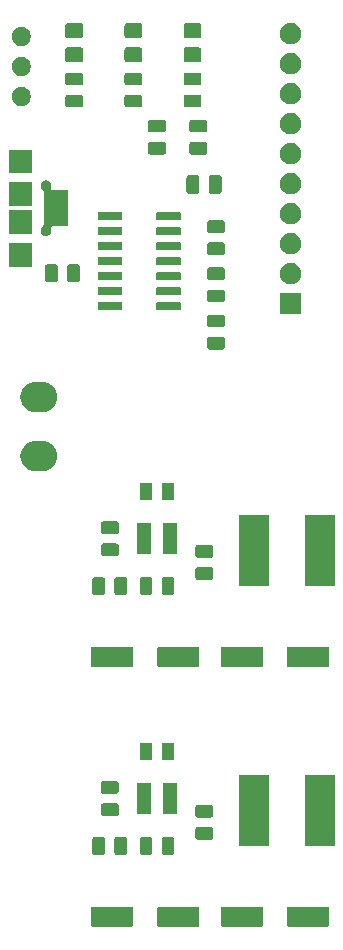
<source format=gbr>
G04 #@! TF.GenerationSoftware,KiCad,Pcbnew,5.1.5+dfsg1-2build2*
G04 #@! TF.CreationDate,2021-04-04T02:08:23+02:00*
G04 #@! TF.ProjectId,t100-usb,74313030-2d75-4736-922e-6b696361645f,rev?*
G04 #@! TF.SameCoordinates,Original*
G04 #@! TF.FileFunction,Soldermask,Top*
G04 #@! TF.FilePolarity,Negative*
%FSLAX46Y46*%
G04 Gerber Fmt 4.6, Leading zero omitted, Abs format (unit mm)*
G04 Created by KiCad (PCBNEW 5.1.5+dfsg1-2build2) date 2021-04-04 02:08:23*
%MOMM*%
%LPD*%
G04 APERTURE LIST*
%ADD10C,0.100000*%
G04 APERTURE END LIST*
D10*
G36*
X110455997Y-136153051D02*
G01*
X110489652Y-136163261D01*
X110520665Y-136179838D01*
X110547851Y-136202149D01*
X110570162Y-136229335D01*
X110586739Y-136260348D01*
X110596949Y-136294003D01*
X110601000Y-136335138D01*
X110601000Y-137664862D01*
X110596949Y-137705997D01*
X110586739Y-137739652D01*
X110570162Y-137770665D01*
X110547851Y-137797851D01*
X110520665Y-137820162D01*
X110489652Y-137836739D01*
X110455997Y-137846949D01*
X110414862Y-137851000D01*
X107185138Y-137851000D01*
X107144003Y-137846949D01*
X107110348Y-137836739D01*
X107079335Y-137820162D01*
X107052149Y-137797851D01*
X107029838Y-137770665D01*
X107013261Y-137739652D01*
X107003051Y-137705997D01*
X106999000Y-137664862D01*
X106999000Y-136335138D01*
X107003051Y-136294003D01*
X107013261Y-136260348D01*
X107029838Y-136229335D01*
X107052149Y-136202149D01*
X107079335Y-136179838D01*
X107110348Y-136163261D01*
X107144003Y-136153051D01*
X107185138Y-136149000D01*
X110414862Y-136149000D01*
X110455997Y-136153051D01*
G37*
G36*
X104855997Y-136153051D02*
G01*
X104889652Y-136163261D01*
X104920665Y-136179838D01*
X104947851Y-136202149D01*
X104970162Y-136229335D01*
X104986739Y-136260348D01*
X104996949Y-136294003D01*
X105001000Y-136335138D01*
X105001000Y-137664862D01*
X104996949Y-137705997D01*
X104986739Y-137739652D01*
X104970162Y-137770665D01*
X104947851Y-137797851D01*
X104920665Y-137820162D01*
X104889652Y-137836739D01*
X104855997Y-137846949D01*
X104814862Y-137851000D01*
X101585138Y-137851000D01*
X101544003Y-137846949D01*
X101510348Y-137836739D01*
X101479335Y-137820162D01*
X101452149Y-137797851D01*
X101429838Y-137770665D01*
X101413261Y-137739652D01*
X101403051Y-137705997D01*
X101399000Y-137664862D01*
X101399000Y-136335138D01*
X101403051Y-136294003D01*
X101413261Y-136260348D01*
X101429838Y-136229335D01*
X101452149Y-136202149D01*
X101479335Y-136179838D01*
X101510348Y-136163261D01*
X101544003Y-136153051D01*
X101585138Y-136149000D01*
X104814862Y-136149000D01*
X104855997Y-136153051D01*
G37*
G36*
X99455997Y-136153051D02*
G01*
X99489652Y-136163261D01*
X99520665Y-136179838D01*
X99547851Y-136202149D01*
X99570162Y-136229335D01*
X99586739Y-136260348D01*
X99596949Y-136294003D01*
X99601000Y-136335138D01*
X99601000Y-137664862D01*
X99596949Y-137705997D01*
X99586739Y-137739652D01*
X99570162Y-137770665D01*
X99547851Y-137797851D01*
X99520665Y-137820162D01*
X99489652Y-137836739D01*
X99455997Y-137846949D01*
X99414862Y-137851000D01*
X96185138Y-137851000D01*
X96144003Y-137846949D01*
X96110348Y-137836739D01*
X96079335Y-137820162D01*
X96052149Y-137797851D01*
X96029838Y-137770665D01*
X96013261Y-137739652D01*
X96003051Y-137705997D01*
X95999000Y-137664862D01*
X95999000Y-136335138D01*
X96003051Y-136294003D01*
X96013261Y-136260348D01*
X96029838Y-136229335D01*
X96052149Y-136202149D01*
X96079335Y-136179838D01*
X96110348Y-136163261D01*
X96144003Y-136153051D01*
X96185138Y-136149000D01*
X99414862Y-136149000D01*
X99455997Y-136153051D01*
G37*
G36*
X93855997Y-136153051D02*
G01*
X93889652Y-136163261D01*
X93920665Y-136179838D01*
X93947851Y-136202149D01*
X93970162Y-136229335D01*
X93986739Y-136260348D01*
X93996949Y-136294003D01*
X94001000Y-136335138D01*
X94001000Y-137664862D01*
X93996949Y-137705997D01*
X93986739Y-137739652D01*
X93970162Y-137770665D01*
X93947851Y-137797851D01*
X93920665Y-137820162D01*
X93889652Y-137836739D01*
X93855997Y-137846949D01*
X93814862Y-137851000D01*
X90585138Y-137851000D01*
X90544003Y-137846949D01*
X90510348Y-137836739D01*
X90479335Y-137820162D01*
X90452149Y-137797851D01*
X90429838Y-137770665D01*
X90413261Y-137739652D01*
X90403051Y-137705997D01*
X90399000Y-137664862D01*
X90399000Y-136335138D01*
X90403051Y-136294003D01*
X90413261Y-136260348D01*
X90429838Y-136229335D01*
X90452149Y-136202149D01*
X90479335Y-136179838D01*
X90510348Y-136163261D01*
X90544003Y-136153051D01*
X90585138Y-136149000D01*
X93814862Y-136149000D01*
X93855997Y-136153051D01*
G37*
G36*
X93309468Y-130253565D02*
G01*
X93348138Y-130265296D01*
X93383777Y-130284346D01*
X93415017Y-130309983D01*
X93440654Y-130341223D01*
X93459704Y-130376862D01*
X93471435Y-130415532D01*
X93476000Y-130461888D01*
X93476000Y-131538112D01*
X93471435Y-131584468D01*
X93459704Y-131623138D01*
X93440654Y-131658777D01*
X93415017Y-131690017D01*
X93383777Y-131715654D01*
X93348138Y-131734704D01*
X93309468Y-131746435D01*
X93263112Y-131751000D01*
X92611888Y-131751000D01*
X92565532Y-131746435D01*
X92526862Y-131734704D01*
X92491223Y-131715654D01*
X92459983Y-131690017D01*
X92434346Y-131658777D01*
X92415296Y-131623138D01*
X92403565Y-131584468D01*
X92399000Y-131538112D01*
X92399000Y-130461888D01*
X92403565Y-130415532D01*
X92415296Y-130376862D01*
X92434346Y-130341223D01*
X92459983Y-130309983D01*
X92491223Y-130284346D01*
X92526862Y-130265296D01*
X92565532Y-130253565D01*
X92611888Y-130249000D01*
X93263112Y-130249000D01*
X93309468Y-130253565D01*
G37*
G36*
X91434468Y-130253565D02*
G01*
X91473138Y-130265296D01*
X91508777Y-130284346D01*
X91540017Y-130309983D01*
X91565654Y-130341223D01*
X91584704Y-130376862D01*
X91596435Y-130415532D01*
X91601000Y-130461888D01*
X91601000Y-131538112D01*
X91596435Y-131584468D01*
X91584704Y-131623138D01*
X91565654Y-131658777D01*
X91540017Y-131690017D01*
X91508777Y-131715654D01*
X91473138Y-131734704D01*
X91434468Y-131746435D01*
X91388112Y-131751000D01*
X90736888Y-131751000D01*
X90690532Y-131746435D01*
X90651862Y-131734704D01*
X90616223Y-131715654D01*
X90584983Y-131690017D01*
X90559346Y-131658777D01*
X90540296Y-131623138D01*
X90528565Y-131584468D01*
X90524000Y-131538112D01*
X90524000Y-130461888D01*
X90528565Y-130415532D01*
X90540296Y-130376862D01*
X90559346Y-130341223D01*
X90584983Y-130309983D01*
X90616223Y-130284346D01*
X90651862Y-130265296D01*
X90690532Y-130253565D01*
X90736888Y-130249000D01*
X91388112Y-130249000D01*
X91434468Y-130253565D01*
G37*
G36*
X97309468Y-130253565D02*
G01*
X97348138Y-130265296D01*
X97383777Y-130284346D01*
X97415017Y-130309983D01*
X97440654Y-130341223D01*
X97459704Y-130376862D01*
X97471435Y-130415532D01*
X97476000Y-130461888D01*
X97476000Y-131538112D01*
X97471435Y-131584468D01*
X97459704Y-131623138D01*
X97440654Y-131658777D01*
X97415017Y-131690017D01*
X97383777Y-131715654D01*
X97348138Y-131734704D01*
X97309468Y-131746435D01*
X97263112Y-131751000D01*
X96611888Y-131751000D01*
X96565532Y-131746435D01*
X96526862Y-131734704D01*
X96491223Y-131715654D01*
X96459983Y-131690017D01*
X96434346Y-131658777D01*
X96415296Y-131623138D01*
X96403565Y-131584468D01*
X96399000Y-131538112D01*
X96399000Y-130461888D01*
X96403565Y-130415532D01*
X96415296Y-130376862D01*
X96434346Y-130341223D01*
X96459983Y-130309983D01*
X96491223Y-130284346D01*
X96526862Y-130265296D01*
X96565532Y-130253565D01*
X96611888Y-130249000D01*
X97263112Y-130249000D01*
X97309468Y-130253565D01*
G37*
G36*
X95434468Y-130253565D02*
G01*
X95473138Y-130265296D01*
X95508777Y-130284346D01*
X95540017Y-130309983D01*
X95565654Y-130341223D01*
X95584704Y-130376862D01*
X95596435Y-130415532D01*
X95601000Y-130461888D01*
X95601000Y-131538112D01*
X95596435Y-131584468D01*
X95584704Y-131623138D01*
X95565654Y-131658777D01*
X95540017Y-131690017D01*
X95508777Y-131715654D01*
X95473138Y-131734704D01*
X95434468Y-131746435D01*
X95388112Y-131751000D01*
X94736888Y-131751000D01*
X94690532Y-131746435D01*
X94651862Y-131734704D01*
X94616223Y-131715654D01*
X94584983Y-131690017D01*
X94559346Y-131658777D01*
X94540296Y-131623138D01*
X94528565Y-131584468D01*
X94524000Y-131538112D01*
X94524000Y-130461888D01*
X94528565Y-130415532D01*
X94540296Y-130376862D01*
X94559346Y-130341223D01*
X94584983Y-130309983D01*
X94616223Y-130284346D01*
X94651862Y-130265296D01*
X94690532Y-130253565D01*
X94736888Y-130249000D01*
X95388112Y-130249000D01*
X95434468Y-130253565D01*
G37*
G36*
X105501000Y-131001000D02*
G01*
X102949000Y-131001000D01*
X102949000Y-124999000D01*
X105501000Y-124999000D01*
X105501000Y-131001000D01*
G37*
G36*
X111051000Y-131001000D02*
G01*
X108499000Y-131001000D01*
X108499000Y-124999000D01*
X111051000Y-124999000D01*
X111051000Y-131001000D01*
G37*
G36*
X100584468Y-129403565D02*
G01*
X100623138Y-129415296D01*
X100658777Y-129434346D01*
X100690017Y-129459983D01*
X100715654Y-129491223D01*
X100734704Y-129526862D01*
X100746435Y-129565532D01*
X100751000Y-129611888D01*
X100751000Y-130263112D01*
X100746435Y-130309468D01*
X100734704Y-130348138D01*
X100715654Y-130383777D01*
X100690017Y-130415017D01*
X100658777Y-130440654D01*
X100623138Y-130459704D01*
X100584468Y-130471435D01*
X100538112Y-130476000D01*
X99461888Y-130476000D01*
X99415532Y-130471435D01*
X99376862Y-130459704D01*
X99341223Y-130440654D01*
X99309983Y-130415017D01*
X99284346Y-130383777D01*
X99265296Y-130348138D01*
X99253565Y-130309468D01*
X99249000Y-130263112D01*
X99249000Y-129611888D01*
X99253565Y-129565532D01*
X99265296Y-129526862D01*
X99284346Y-129491223D01*
X99309983Y-129459983D01*
X99341223Y-129434346D01*
X99376862Y-129415296D01*
X99415532Y-129403565D01*
X99461888Y-129399000D01*
X100538112Y-129399000D01*
X100584468Y-129403565D01*
G37*
G36*
X100584468Y-127528565D02*
G01*
X100623138Y-127540296D01*
X100658777Y-127559346D01*
X100690017Y-127584983D01*
X100715654Y-127616223D01*
X100734704Y-127651862D01*
X100746435Y-127690532D01*
X100751000Y-127736888D01*
X100751000Y-128388112D01*
X100746435Y-128434468D01*
X100734704Y-128473138D01*
X100715654Y-128508777D01*
X100690017Y-128540017D01*
X100658777Y-128565654D01*
X100623138Y-128584704D01*
X100584468Y-128596435D01*
X100538112Y-128601000D01*
X99461888Y-128601000D01*
X99415532Y-128596435D01*
X99376862Y-128584704D01*
X99341223Y-128565654D01*
X99309983Y-128540017D01*
X99284346Y-128508777D01*
X99265296Y-128473138D01*
X99253565Y-128434468D01*
X99249000Y-128388112D01*
X99249000Y-127736888D01*
X99253565Y-127690532D01*
X99265296Y-127651862D01*
X99284346Y-127616223D01*
X99309983Y-127584983D01*
X99341223Y-127559346D01*
X99376862Y-127540296D01*
X99415532Y-127528565D01*
X99461888Y-127524000D01*
X100538112Y-127524000D01*
X100584468Y-127528565D01*
G37*
G36*
X92584468Y-127403565D02*
G01*
X92623138Y-127415296D01*
X92658777Y-127434346D01*
X92690017Y-127459983D01*
X92715654Y-127491223D01*
X92734704Y-127526862D01*
X92746435Y-127565532D01*
X92751000Y-127611888D01*
X92751000Y-128263112D01*
X92746435Y-128309468D01*
X92734704Y-128348138D01*
X92715654Y-128383777D01*
X92690017Y-128415017D01*
X92658777Y-128440654D01*
X92623138Y-128459704D01*
X92584468Y-128471435D01*
X92538112Y-128476000D01*
X91461888Y-128476000D01*
X91415532Y-128471435D01*
X91376862Y-128459704D01*
X91341223Y-128440654D01*
X91309983Y-128415017D01*
X91284346Y-128383777D01*
X91265296Y-128348138D01*
X91253565Y-128309468D01*
X91249000Y-128263112D01*
X91249000Y-127611888D01*
X91253565Y-127565532D01*
X91265296Y-127526862D01*
X91284346Y-127491223D01*
X91309983Y-127459983D01*
X91341223Y-127434346D01*
X91376862Y-127415296D01*
X91415532Y-127403565D01*
X91461888Y-127399000D01*
X92538112Y-127399000D01*
X92584468Y-127403565D01*
G37*
G36*
X97681000Y-128326000D02*
G01*
X96519000Y-128326000D01*
X96519000Y-125674000D01*
X97681000Y-125674000D01*
X97681000Y-128326000D01*
G37*
G36*
X95481000Y-128326000D02*
G01*
X94319000Y-128326000D01*
X94319000Y-125674000D01*
X95481000Y-125674000D01*
X95481000Y-128326000D01*
G37*
G36*
X92584468Y-125528565D02*
G01*
X92623138Y-125540296D01*
X92658777Y-125559346D01*
X92690017Y-125584983D01*
X92715654Y-125616223D01*
X92734704Y-125651862D01*
X92746435Y-125690532D01*
X92751000Y-125736888D01*
X92751000Y-126388112D01*
X92746435Y-126434468D01*
X92734704Y-126473138D01*
X92715654Y-126508777D01*
X92690017Y-126540017D01*
X92658777Y-126565654D01*
X92623138Y-126584704D01*
X92584468Y-126596435D01*
X92538112Y-126601000D01*
X91461888Y-126601000D01*
X91415532Y-126596435D01*
X91376862Y-126584704D01*
X91341223Y-126565654D01*
X91309983Y-126540017D01*
X91284346Y-126508777D01*
X91265296Y-126473138D01*
X91253565Y-126434468D01*
X91249000Y-126388112D01*
X91249000Y-125736888D01*
X91253565Y-125690532D01*
X91265296Y-125651862D01*
X91284346Y-125616223D01*
X91309983Y-125584983D01*
X91341223Y-125559346D01*
X91376862Y-125540296D01*
X91415532Y-125528565D01*
X91461888Y-125524000D01*
X92538112Y-125524000D01*
X92584468Y-125528565D01*
G37*
G36*
X97309468Y-122253565D02*
G01*
X97348138Y-122265296D01*
X97383777Y-122284346D01*
X97415017Y-122309983D01*
X97440654Y-122341223D01*
X97459704Y-122376862D01*
X97471435Y-122415532D01*
X97476000Y-122461888D01*
X97476000Y-123538112D01*
X97471435Y-123584468D01*
X97459704Y-123623138D01*
X97440654Y-123658777D01*
X97415017Y-123690017D01*
X97383777Y-123715654D01*
X97348138Y-123734704D01*
X97309468Y-123746435D01*
X97263112Y-123751000D01*
X96611888Y-123751000D01*
X96565532Y-123746435D01*
X96526862Y-123734704D01*
X96491223Y-123715654D01*
X96459983Y-123690017D01*
X96434346Y-123658777D01*
X96415296Y-123623138D01*
X96403565Y-123584468D01*
X96399000Y-123538112D01*
X96399000Y-122461888D01*
X96403565Y-122415532D01*
X96415296Y-122376862D01*
X96434346Y-122341223D01*
X96459983Y-122309983D01*
X96491223Y-122284346D01*
X96526862Y-122265296D01*
X96565532Y-122253565D01*
X96611888Y-122249000D01*
X97263112Y-122249000D01*
X97309468Y-122253565D01*
G37*
G36*
X95434468Y-122253565D02*
G01*
X95473138Y-122265296D01*
X95508777Y-122284346D01*
X95540017Y-122309983D01*
X95565654Y-122341223D01*
X95584704Y-122376862D01*
X95596435Y-122415532D01*
X95601000Y-122461888D01*
X95601000Y-123538112D01*
X95596435Y-123584468D01*
X95584704Y-123623138D01*
X95565654Y-123658777D01*
X95540017Y-123690017D01*
X95508777Y-123715654D01*
X95473138Y-123734704D01*
X95434468Y-123746435D01*
X95388112Y-123751000D01*
X94736888Y-123751000D01*
X94690532Y-123746435D01*
X94651862Y-123734704D01*
X94616223Y-123715654D01*
X94584983Y-123690017D01*
X94559346Y-123658777D01*
X94540296Y-123623138D01*
X94528565Y-123584468D01*
X94524000Y-123538112D01*
X94524000Y-122461888D01*
X94528565Y-122415532D01*
X94540296Y-122376862D01*
X94559346Y-122341223D01*
X94584983Y-122309983D01*
X94616223Y-122284346D01*
X94651862Y-122265296D01*
X94690532Y-122253565D01*
X94736888Y-122249000D01*
X95388112Y-122249000D01*
X95434468Y-122253565D01*
G37*
G36*
X93855997Y-114153051D02*
G01*
X93889652Y-114163261D01*
X93920665Y-114179838D01*
X93947851Y-114202149D01*
X93970162Y-114229335D01*
X93986739Y-114260348D01*
X93996949Y-114294003D01*
X94001000Y-114335138D01*
X94001000Y-115664862D01*
X93996949Y-115705997D01*
X93986739Y-115739652D01*
X93970162Y-115770665D01*
X93947851Y-115797851D01*
X93920665Y-115820162D01*
X93889652Y-115836739D01*
X93855997Y-115846949D01*
X93814862Y-115851000D01*
X90585138Y-115851000D01*
X90544003Y-115846949D01*
X90510348Y-115836739D01*
X90479335Y-115820162D01*
X90452149Y-115797851D01*
X90429838Y-115770665D01*
X90413261Y-115739652D01*
X90403051Y-115705997D01*
X90399000Y-115664862D01*
X90399000Y-114335138D01*
X90403051Y-114294003D01*
X90413261Y-114260348D01*
X90429838Y-114229335D01*
X90452149Y-114202149D01*
X90479335Y-114179838D01*
X90510348Y-114163261D01*
X90544003Y-114153051D01*
X90585138Y-114149000D01*
X93814862Y-114149000D01*
X93855997Y-114153051D01*
G37*
G36*
X104855997Y-114153051D02*
G01*
X104889652Y-114163261D01*
X104920665Y-114179838D01*
X104947851Y-114202149D01*
X104970162Y-114229335D01*
X104986739Y-114260348D01*
X104996949Y-114294003D01*
X105001000Y-114335138D01*
X105001000Y-115664862D01*
X104996949Y-115705997D01*
X104986739Y-115739652D01*
X104970162Y-115770665D01*
X104947851Y-115797851D01*
X104920665Y-115820162D01*
X104889652Y-115836739D01*
X104855997Y-115846949D01*
X104814862Y-115851000D01*
X101585138Y-115851000D01*
X101544003Y-115846949D01*
X101510348Y-115836739D01*
X101479335Y-115820162D01*
X101452149Y-115797851D01*
X101429838Y-115770665D01*
X101413261Y-115739652D01*
X101403051Y-115705997D01*
X101399000Y-115664862D01*
X101399000Y-114335138D01*
X101403051Y-114294003D01*
X101413261Y-114260348D01*
X101429838Y-114229335D01*
X101452149Y-114202149D01*
X101479335Y-114179838D01*
X101510348Y-114163261D01*
X101544003Y-114153051D01*
X101585138Y-114149000D01*
X104814862Y-114149000D01*
X104855997Y-114153051D01*
G37*
G36*
X110455997Y-114153051D02*
G01*
X110489652Y-114163261D01*
X110520665Y-114179838D01*
X110547851Y-114202149D01*
X110570162Y-114229335D01*
X110586739Y-114260348D01*
X110596949Y-114294003D01*
X110601000Y-114335138D01*
X110601000Y-115664862D01*
X110596949Y-115705997D01*
X110586739Y-115739652D01*
X110570162Y-115770665D01*
X110547851Y-115797851D01*
X110520665Y-115820162D01*
X110489652Y-115836739D01*
X110455997Y-115846949D01*
X110414862Y-115851000D01*
X107185138Y-115851000D01*
X107144003Y-115846949D01*
X107110348Y-115836739D01*
X107079335Y-115820162D01*
X107052149Y-115797851D01*
X107029838Y-115770665D01*
X107013261Y-115739652D01*
X107003051Y-115705997D01*
X106999000Y-115664862D01*
X106999000Y-114335138D01*
X107003051Y-114294003D01*
X107013261Y-114260348D01*
X107029838Y-114229335D01*
X107052149Y-114202149D01*
X107079335Y-114179838D01*
X107110348Y-114163261D01*
X107144003Y-114153051D01*
X107185138Y-114149000D01*
X110414862Y-114149000D01*
X110455997Y-114153051D01*
G37*
G36*
X99455997Y-114153051D02*
G01*
X99489652Y-114163261D01*
X99520665Y-114179838D01*
X99547851Y-114202149D01*
X99570162Y-114229335D01*
X99586739Y-114260348D01*
X99596949Y-114294003D01*
X99601000Y-114335138D01*
X99601000Y-115664862D01*
X99596949Y-115705997D01*
X99586739Y-115739652D01*
X99570162Y-115770665D01*
X99547851Y-115797851D01*
X99520665Y-115820162D01*
X99489652Y-115836739D01*
X99455997Y-115846949D01*
X99414862Y-115851000D01*
X96185138Y-115851000D01*
X96144003Y-115846949D01*
X96110348Y-115836739D01*
X96079335Y-115820162D01*
X96052149Y-115797851D01*
X96029838Y-115770665D01*
X96013261Y-115739652D01*
X96003051Y-115705997D01*
X95999000Y-115664862D01*
X95999000Y-114335138D01*
X96003051Y-114294003D01*
X96013261Y-114260348D01*
X96029838Y-114229335D01*
X96052149Y-114202149D01*
X96079335Y-114179838D01*
X96110348Y-114163261D01*
X96144003Y-114153051D01*
X96185138Y-114149000D01*
X99414862Y-114149000D01*
X99455997Y-114153051D01*
G37*
G36*
X93309468Y-108253565D02*
G01*
X93348138Y-108265296D01*
X93383777Y-108284346D01*
X93415017Y-108309983D01*
X93440654Y-108341223D01*
X93459704Y-108376862D01*
X93471435Y-108415532D01*
X93476000Y-108461888D01*
X93476000Y-109538112D01*
X93471435Y-109584468D01*
X93459704Y-109623138D01*
X93440654Y-109658777D01*
X93415017Y-109690017D01*
X93383777Y-109715654D01*
X93348138Y-109734704D01*
X93309468Y-109746435D01*
X93263112Y-109751000D01*
X92611888Y-109751000D01*
X92565532Y-109746435D01*
X92526862Y-109734704D01*
X92491223Y-109715654D01*
X92459983Y-109690017D01*
X92434346Y-109658777D01*
X92415296Y-109623138D01*
X92403565Y-109584468D01*
X92399000Y-109538112D01*
X92399000Y-108461888D01*
X92403565Y-108415532D01*
X92415296Y-108376862D01*
X92434346Y-108341223D01*
X92459983Y-108309983D01*
X92491223Y-108284346D01*
X92526862Y-108265296D01*
X92565532Y-108253565D01*
X92611888Y-108249000D01*
X93263112Y-108249000D01*
X93309468Y-108253565D01*
G37*
G36*
X91434468Y-108253565D02*
G01*
X91473138Y-108265296D01*
X91508777Y-108284346D01*
X91540017Y-108309983D01*
X91565654Y-108341223D01*
X91584704Y-108376862D01*
X91596435Y-108415532D01*
X91601000Y-108461888D01*
X91601000Y-109538112D01*
X91596435Y-109584468D01*
X91584704Y-109623138D01*
X91565654Y-109658777D01*
X91540017Y-109690017D01*
X91508777Y-109715654D01*
X91473138Y-109734704D01*
X91434468Y-109746435D01*
X91388112Y-109751000D01*
X90736888Y-109751000D01*
X90690532Y-109746435D01*
X90651862Y-109734704D01*
X90616223Y-109715654D01*
X90584983Y-109690017D01*
X90559346Y-109658777D01*
X90540296Y-109623138D01*
X90528565Y-109584468D01*
X90524000Y-109538112D01*
X90524000Y-108461888D01*
X90528565Y-108415532D01*
X90540296Y-108376862D01*
X90559346Y-108341223D01*
X90584983Y-108309983D01*
X90616223Y-108284346D01*
X90651862Y-108265296D01*
X90690532Y-108253565D01*
X90736888Y-108249000D01*
X91388112Y-108249000D01*
X91434468Y-108253565D01*
G37*
G36*
X95434468Y-108253565D02*
G01*
X95473138Y-108265296D01*
X95508777Y-108284346D01*
X95540017Y-108309983D01*
X95565654Y-108341223D01*
X95584704Y-108376862D01*
X95596435Y-108415532D01*
X95601000Y-108461888D01*
X95601000Y-109538112D01*
X95596435Y-109584468D01*
X95584704Y-109623138D01*
X95565654Y-109658777D01*
X95540017Y-109690017D01*
X95508777Y-109715654D01*
X95473138Y-109734704D01*
X95434468Y-109746435D01*
X95388112Y-109751000D01*
X94736888Y-109751000D01*
X94690532Y-109746435D01*
X94651862Y-109734704D01*
X94616223Y-109715654D01*
X94584983Y-109690017D01*
X94559346Y-109658777D01*
X94540296Y-109623138D01*
X94528565Y-109584468D01*
X94524000Y-109538112D01*
X94524000Y-108461888D01*
X94528565Y-108415532D01*
X94540296Y-108376862D01*
X94559346Y-108341223D01*
X94584983Y-108309983D01*
X94616223Y-108284346D01*
X94651862Y-108265296D01*
X94690532Y-108253565D01*
X94736888Y-108249000D01*
X95388112Y-108249000D01*
X95434468Y-108253565D01*
G37*
G36*
X97309468Y-108253565D02*
G01*
X97348138Y-108265296D01*
X97383777Y-108284346D01*
X97415017Y-108309983D01*
X97440654Y-108341223D01*
X97459704Y-108376862D01*
X97471435Y-108415532D01*
X97476000Y-108461888D01*
X97476000Y-109538112D01*
X97471435Y-109584468D01*
X97459704Y-109623138D01*
X97440654Y-109658777D01*
X97415017Y-109690017D01*
X97383777Y-109715654D01*
X97348138Y-109734704D01*
X97309468Y-109746435D01*
X97263112Y-109751000D01*
X96611888Y-109751000D01*
X96565532Y-109746435D01*
X96526862Y-109734704D01*
X96491223Y-109715654D01*
X96459983Y-109690017D01*
X96434346Y-109658777D01*
X96415296Y-109623138D01*
X96403565Y-109584468D01*
X96399000Y-109538112D01*
X96399000Y-108461888D01*
X96403565Y-108415532D01*
X96415296Y-108376862D01*
X96434346Y-108341223D01*
X96459983Y-108309983D01*
X96491223Y-108284346D01*
X96526862Y-108265296D01*
X96565532Y-108253565D01*
X96611888Y-108249000D01*
X97263112Y-108249000D01*
X97309468Y-108253565D01*
G37*
G36*
X105501000Y-109001000D02*
G01*
X102949000Y-109001000D01*
X102949000Y-102999000D01*
X105501000Y-102999000D01*
X105501000Y-109001000D01*
G37*
G36*
X111051000Y-109001000D02*
G01*
X108499000Y-109001000D01*
X108499000Y-102999000D01*
X111051000Y-102999000D01*
X111051000Y-109001000D01*
G37*
G36*
X100584468Y-107403565D02*
G01*
X100623138Y-107415296D01*
X100658777Y-107434346D01*
X100690017Y-107459983D01*
X100715654Y-107491223D01*
X100734704Y-107526862D01*
X100746435Y-107565532D01*
X100751000Y-107611888D01*
X100751000Y-108263112D01*
X100746435Y-108309468D01*
X100734704Y-108348138D01*
X100715654Y-108383777D01*
X100690017Y-108415017D01*
X100658777Y-108440654D01*
X100623138Y-108459704D01*
X100584468Y-108471435D01*
X100538112Y-108476000D01*
X99461888Y-108476000D01*
X99415532Y-108471435D01*
X99376862Y-108459704D01*
X99341223Y-108440654D01*
X99309983Y-108415017D01*
X99284346Y-108383777D01*
X99265296Y-108348138D01*
X99253565Y-108309468D01*
X99249000Y-108263112D01*
X99249000Y-107611888D01*
X99253565Y-107565532D01*
X99265296Y-107526862D01*
X99284346Y-107491223D01*
X99309983Y-107459983D01*
X99341223Y-107434346D01*
X99376862Y-107415296D01*
X99415532Y-107403565D01*
X99461888Y-107399000D01*
X100538112Y-107399000D01*
X100584468Y-107403565D01*
G37*
G36*
X100584468Y-105528565D02*
G01*
X100623138Y-105540296D01*
X100658777Y-105559346D01*
X100690017Y-105584983D01*
X100715654Y-105616223D01*
X100734704Y-105651862D01*
X100746435Y-105690532D01*
X100751000Y-105736888D01*
X100751000Y-106388112D01*
X100746435Y-106434468D01*
X100734704Y-106473138D01*
X100715654Y-106508777D01*
X100690017Y-106540017D01*
X100658777Y-106565654D01*
X100623138Y-106584704D01*
X100584468Y-106596435D01*
X100538112Y-106601000D01*
X99461888Y-106601000D01*
X99415532Y-106596435D01*
X99376862Y-106584704D01*
X99341223Y-106565654D01*
X99309983Y-106540017D01*
X99284346Y-106508777D01*
X99265296Y-106473138D01*
X99253565Y-106434468D01*
X99249000Y-106388112D01*
X99249000Y-105736888D01*
X99253565Y-105690532D01*
X99265296Y-105651862D01*
X99284346Y-105616223D01*
X99309983Y-105584983D01*
X99341223Y-105559346D01*
X99376862Y-105540296D01*
X99415532Y-105528565D01*
X99461888Y-105524000D01*
X100538112Y-105524000D01*
X100584468Y-105528565D01*
G37*
G36*
X92584468Y-105403565D02*
G01*
X92623138Y-105415296D01*
X92658777Y-105434346D01*
X92690017Y-105459983D01*
X92715654Y-105491223D01*
X92734704Y-105526862D01*
X92746435Y-105565532D01*
X92751000Y-105611888D01*
X92751000Y-106263112D01*
X92746435Y-106309468D01*
X92734704Y-106348138D01*
X92715654Y-106383777D01*
X92690017Y-106415017D01*
X92658777Y-106440654D01*
X92623138Y-106459704D01*
X92584468Y-106471435D01*
X92538112Y-106476000D01*
X91461888Y-106476000D01*
X91415532Y-106471435D01*
X91376862Y-106459704D01*
X91341223Y-106440654D01*
X91309983Y-106415017D01*
X91284346Y-106383777D01*
X91265296Y-106348138D01*
X91253565Y-106309468D01*
X91249000Y-106263112D01*
X91249000Y-105611888D01*
X91253565Y-105565532D01*
X91265296Y-105526862D01*
X91284346Y-105491223D01*
X91309983Y-105459983D01*
X91341223Y-105434346D01*
X91376862Y-105415296D01*
X91415532Y-105403565D01*
X91461888Y-105399000D01*
X92538112Y-105399000D01*
X92584468Y-105403565D01*
G37*
G36*
X97681000Y-106326000D02*
G01*
X96519000Y-106326000D01*
X96519000Y-103674000D01*
X97681000Y-103674000D01*
X97681000Y-106326000D01*
G37*
G36*
X95481000Y-106326000D02*
G01*
X94319000Y-106326000D01*
X94319000Y-103674000D01*
X95481000Y-103674000D01*
X95481000Y-106326000D01*
G37*
G36*
X92584468Y-103528565D02*
G01*
X92623138Y-103540296D01*
X92658777Y-103559346D01*
X92690017Y-103584983D01*
X92715654Y-103616223D01*
X92734704Y-103651862D01*
X92746435Y-103690532D01*
X92751000Y-103736888D01*
X92751000Y-104388112D01*
X92746435Y-104434468D01*
X92734704Y-104473138D01*
X92715654Y-104508777D01*
X92690017Y-104540017D01*
X92658777Y-104565654D01*
X92623138Y-104584704D01*
X92584468Y-104596435D01*
X92538112Y-104601000D01*
X91461888Y-104601000D01*
X91415532Y-104596435D01*
X91376862Y-104584704D01*
X91341223Y-104565654D01*
X91309983Y-104540017D01*
X91284346Y-104508777D01*
X91265296Y-104473138D01*
X91253565Y-104434468D01*
X91249000Y-104388112D01*
X91249000Y-103736888D01*
X91253565Y-103690532D01*
X91265296Y-103651862D01*
X91284346Y-103616223D01*
X91309983Y-103584983D01*
X91341223Y-103559346D01*
X91376862Y-103540296D01*
X91415532Y-103528565D01*
X91461888Y-103524000D01*
X92538112Y-103524000D01*
X92584468Y-103528565D01*
G37*
G36*
X97309468Y-100253565D02*
G01*
X97348138Y-100265296D01*
X97383777Y-100284346D01*
X97415017Y-100309983D01*
X97440654Y-100341223D01*
X97459704Y-100376862D01*
X97471435Y-100415532D01*
X97476000Y-100461888D01*
X97476000Y-101538112D01*
X97471435Y-101584468D01*
X97459704Y-101623138D01*
X97440654Y-101658777D01*
X97415017Y-101690017D01*
X97383777Y-101715654D01*
X97348138Y-101734704D01*
X97309468Y-101746435D01*
X97263112Y-101751000D01*
X96611888Y-101751000D01*
X96565532Y-101746435D01*
X96526862Y-101734704D01*
X96491223Y-101715654D01*
X96459983Y-101690017D01*
X96434346Y-101658777D01*
X96415296Y-101623138D01*
X96403565Y-101584468D01*
X96399000Y-101538112D01*
X96399000Y-100461888D01*
X96403565Y-100415532D01*
X96415296Y-100376862D01*
X96434346Y-100341223D01*
X96459983Y-100309983D01*
X96491223Y-100284346D01*
X96526862Y-100265296D01*
X96565532Y-100253565D01*
X96611888Y-100249000D01*
X97263112Y-100249000D01*
X97309468Y-100253565D01*
G37*
G36*
X95434468Y-100253565D02*
G01*
X95473138Y-100265296D01*
X95508777Y-100284346D01*
X95540017Y-100309983D01*
X95565654Y-100341223D01*
X95584704Y-100376862D01*
X95596435Y-100415532D01*
X95601000Y-100461888D01*
X95601000Y-101538112D01*
X95596435Y-101584468D01*
X95584704Y-101623138D01*
X95565654Y-101658777D01*
X95540017Y-101690017D01*
X95508777Y-101715654D01*
X95473138Y-101734704D01*
X95434468Y-101746435D01*
X95388112Y-101751000D01*
X94736888Y-101751000D01*
X94690532Y-101746435D01*
X94651862Y-101734704D01*
X94616223Y-101715654D01*
X94584983Y-101690017D01*
X94559346Y-101658777D01*
X94540296Y-101623138D01*
X94528565Y-101584468D01*
X94524000Y-101538112D01*
X94524000Y-100461888D01*
X94528565Y-100415532D01*
X94540296Y-100376862D01*
X94559346Y-100341223D01*
X94584983Y-100309983D01*
X94616223Y-100284346D01*
X94651862Y-100265296D01*
X94690532Y-100253565D01*
X94736888Y-100249000D01*
X95388112Y-100249000D01*
X95434468Y-100253565D01*
G37*
G36*
X86409473Y-96708413D02*
G01*
X86505040Y-96717825D01*
X86750280Y-96792218D01*
X86976294Y-96913025D01*
X87027899Y-96955376D01*
X87174397Y-97075603D01*
X87294624Y-97222101D01*
X87336975Y-97273706D01*
X87457782Y-97499720D01*
X87532175Y-97744960D01*
X87557294Y-98000000D01*
X87532175Y-98255040D01*
X87457782Y-98500280D01*
X87336975Y-98726294D01*
X87294624Y-98777899D01*
X87174397Y-98924397D01*
X87027899Y-99044624D01*
X86976294Y-99086975D01*
X86750280Y-99207782D01*
X86505040Y-99282175D01*
X86409473Y-99291587D01*
X86313906Y-99301000D01*
X85686094Y-99301000D01*
X85590527Y-99291587D01*
X85494960Y-99282175D01*
X85249720Y-99207782D01*
X85023706Y-99086975D01*
X84972101Y-99044624D01*
X84825603Y-98924397D01*
X84705376Y-98777899D01*
X84663025Y-98726294D01*
X84542218Y-98500280D01*
X84467825Y-98255040D01*
X84442706Y-98000000D01*
X84467825Y-97744960D01*
X84542218Y-97499720D01*
X84663025Y-97273706D01*
X84705376Y-97222101D01*
X84825603Y-97075603D01*
X84972101Y-96955376D01*
X85023706Y-96913025D01*
X85249720Y-96792218D01*
X85494960Y-96717825D01*
X85590527Y-96708413D01*
X85686094Y-96699000D01*
X86313906Y-96699000D01*
X86409473Y-96708413D01*
G37*
G36*
X86409473Y-91708413D02*
G01*
X86505040Y-91717825D01*
X86750280Y-91792218D01*
X86976294Y-91913025D01*
X87027899Y-91955376D01*
X87174397Y-92075603D01*
X87294624Y-92222101D01*
X87336975Y-92273706D01*
X87457782Y-92499720D01*
X87532175Y-92744960D01*
X87557294Y-93000000D01*
X87532175Y-93255040D01*
X87457782Y-93500280D01*
X87336975Y-93726294D01*
X87294624Y-93777899D01*
X87174397Y-93924397D01*
X87027899Y-94044624D01*
X86976294Y-94086975D01*
X86750280Y-94207782D01*
X86505040Y-94282175D01*
X86409472Y-94291588D01*
X86313906Y-94301000D01*
X85686094Y-94301000D01*
X85590528Y-94291588D01*
X85494960Y-94282175D01*
X85249720Y-94207782D01*
X85023706Y-94086975D01*
X84972101Y-94044624D01*
X84825603Y-93924397D01*
X84705376Y-93777899D01*
X84663025Y-93726294D01*
X84542218Y-93500280D01*
X84467825Y-93255040D01*
X84442706Y-93000000D01*
X84467825Y-92744960D01*
X84542218Y-92499720D01*
X84663025Y-92273706D01*
X84705376Y-92222101D01*
X84825603Y-92075603D01*
X84972101Y-91955376D01*
X85023706Y-91913025D01*
X85249720Y-91792218D01*
X85494960Y-91717825D01*
X85590527Y-91708413D01*
X85686094Y-91699000D01*
X86313906Y-91699000D01*
X86409473Y-91708413D01*
G37*
G36*
X101584468Y-87903565D02*
G01*
X101623138Y-87915296D01*
X101658777Y-87934346D01*
X101690017Y-87959983D01*
X101715654Y-87991223D01*
X101734704Y-88026862D01*
X101746435Y-88065532D01*
X101751000Y-88111888D01*
X101751000Y-88763112D01*
X101746435Y-88809468D01*
X101734704Y-88848138D01*
X101715654Y-88883777D01*
X101690017Y-88915017D01*
X101658777Y-88940654D01*
X101623138Y-88959704D01*
X101584468Y-88971435D01*
X101538112Y-88976000D01*
X100461888Y-88976000D01*
X100415532Y-88971435D01*
X100376862Y-88959704D01*
X100341223Y-88940654D01*
X100309983Y-88915017D01*
X100284346Y-88883777D01*
X100265296Y-88848138D01*
X100253565Y-88809468D01*
X100249000Y-88763112D01*
X100249000Y-88111888D01*
X100253565Y-88065532D01*
X100265296Y-88026862D01*
X100284346Y-87991223D01*
X100309983Y-87959983D01*
X100341223Y-87934346D01*
X100376862Y-87915296D01*
X100415532Y-87903565D01*
X100461888Y-87899000D01*
X101538112Y-87899000D01*
X101584468Y-87903565D01*
G37*
G36*
X101584468Y-86028565D02*
G01*
X101623138Y-86040296D01*
X101658777Y-86059346D01*
X101690017Y-86084983D01*
X101715654Y-86116223D01*
X101734704Y-86151862D01*
X101746435Y-86190532D01*
X101751000Y-86236888D01*
X101751000Y-86888112D01*
X101746435Y-86934468D01*
X101734704Y-86973138D01*
X101715654Y-87008777D01*
X101690017Y-87040017D01*
X101658777Y-87065654D01*
X101623138Y-87084704D01*
X101584468Y-87096435D01*
X101538112Y-87101000D01*
X100461888Y-87101000D01*
X100415532Y-87096435D01*
X100376862Y-87084704D01*
X100341223Y-87065654D01*
X100309983Y-87040017D01*
X100284346Y-87008777D01*
X100265296Y-86973138D01*
X100253565Y-86934468D01*
X100249000Y-86888112D01*
X100249000Y-86236888D01*
X100253565Y-86190532D01*
X100265296Y-86151862D01*
X100284346Y-86116223D01*
X100309983Y-86084983D01*
X100341223Y-86059346D01*
X100376862Y-86040296D01*
X100415532Y-86028565D01*
X100461888Y-86024000D01*
X101538112Y-86024000D01*
X101584468Y-86028565D01*
G37*
G36*
X108216000Y-85991000D02*
G01*
X106414000Y-85991000D01*
X106414000Y-84189000D01*
X108216000Y-84189000D01*
X108216000Y-85991000D01*
G37*
G36*
X97909928Y-84961764D02*
G01*
X97931009Y-84968160D01*
X97950445Y-84978548D01*
X97967476Y-84992524D01*
X97981452Y-85009555D01*
X97991840Y-85028991D01*
X97998236Y-85050072D01*
X98001000Y-85078140D01*
X98001000Y-85541860D01*
X97998236Y-85569928D01*
X97991840Y-85591009D01*
X97981452Y-85610445D01*
X97967476Y-85627476D01*
X97950445Y-85641452D01*
X97931009Y-85651840D01*
X97909928Y-85658236D01*
X97881860Y-85661000D01*
X96068140Y-85661000D01*
X96040072Y-85658236D01*
X96018991Y-85651840D01*
X95999555Y-85641452D01*
X95982524Y-85627476D01*
X95968548Y-85610445D01*
X95958160Y-85591009D01*
X95951764Y-85569928D01*
X95949000Y-85541860D01*
X95949000Y-85078140D01*
X95951764Y-85050072D01*
X95958160Y-85028991D01*
X95968548Y-85009555D01*
X95982524Y-84992524D01*
X95999555Y-84978548D01*
X96018991Y-84968160D01*
X96040072Y-84961764D01*
X96068140Y-84959000D01*
X97881860Y-84959000D01*
X97909928Y-84961764D01*
G37*
G36*
X92959928Y-84961764D02*
G01*
X92981009Y-84968160D01*
X93000445Y-84978548D01*
X93017476Y-84992524D01*
X93031452Y-85009555D01*
X93041840Y-85028991D01*
X93048236Y-85050072D01*
X93051000Y-85078140D01*
X93051000Y-85541860D01*
X93048236Y-85569928D01*
X93041840Y-85591009D01*
X93031452Y-85610445D01*
X93017476Y-85627476D01*
X93000445Y-85641452D01*
X92981009Y-85651840D01*
X92959928Y-85658236D01*
X92931860Y-85661000D01*
X91118140Y-85661000D01*
X91090072Y-85658236D01*
X91068991Y-85651840D01*
X91049555Y-85641452D01*
X91032524Y-85627476D01*
X91018548Y-85610445D01*
X91008160Y-85591009D01*
X91001764Y-85569928D01*
X90999000Y-85541860D01*
X90999000Y-85078140D01*
X91001764Y-85050072D01*
X91008160Y-85028991D01*
X91018548Y-85009555D01*
X91032524Y-84992524D01*
X91049555Y-84978548D01*
X91068991Y-84968160D01*
X91090072Y-84961764D01*
X91118140Y-84959000D01*
X92931860Y-84959000D01*
X92959928Y-84961764D01*
G37*
G36*
X101584468Y-83903565D02*
G01*
X101623138Y-83915296D01*
X101658777Y-83934346D01*
X101690017Y-83959983D01*
X101715654Y-83991223D01*
X101734704Y-84026862D01*
X101746435Y-84065532D01*
X101751000Y-84111888D01*
X101751000Y-84763112D01*
X101746435Y-84809468D01*
X101734704Y-84848138D01*
X101715654Y-84883777D01*
X101690017Y-84915017D01*
X101658777Y-84940654D01*
X101623138Y-84959704D01*
X101584468Y-84971435D01*
X101538112Y-84976000D01*
X100461888Y-84976000D01*
X100415532Y-84971435D01*
X100376862Y-84959704D01*
X100341223Y-84940654D01*
X100309983Y-84915017D01*
X100284346Y-84883777D01*
X100265296Y-84848138D01*
X100253565Y-84809468D01*
X100249000Y-84763112D01*
X100249000Y-84111888D01*
X100253565Y-84065532D01*
X100265296Y-84026862D01*
X100284346Y-83991223D01*
X100309983Y-83959983D01*
X100341223Y-83934346D01*
X100376862Y-83915296D01*
X100415532Y-83903565D01*
X100461888Y-83899000D01*
X101538112Y-83899000D01*
X101584468Y-83903565D01*
G37*
G36*
X97909928Y-83691764D02*
G01*
X97931009Y-83698160D01*
X97950445Y-83708548D01*
X97967476Y-83722524D01*
X97981452Y-83739555D01*
X97991840Y-83758991D01*
X97998236Y-83780072D01*
X98001000Y-83808140D01*
X98001000Y-84271860D01*
X97998236Y-84299928D01*
X97991840Y-84321009D01*
X97981452Y-84340445D01*
X97967476Y-84357476D01*
X97950445Y-84371452D01*
X97931009Y-84381840D01*
X97909928Y-84388236D01*
X97881860Y-84391000D01*
X96068140Y-84391000D01*
X96040072Y-84388236D01*
X96018991Y-84381840D01*
X95999555Y-84371452D01*
X95982524Y-84357476D01*
X95968548Y-84340445D01*
X95958160Y-84321009D01*
X95951764Y-84299928D01*
X95949000Y-84271860D01*
X95949000Y-83808140D01*
X95951764Y-83780072D01*
X95958160Y-83758991D01*
X95968548Y-83739555D01*
X95982524Y-83722524D01*
X95999555Y-83708548D01*
X96018991Y-83698160D01*
X96040072Y-83691764D01*
X96068140Y-83689000D01*
X97881860Y-83689000D01*
X97909928Y-83691764D01*
G37*
G36*
X92959928Y-83691764D02*
G01*
X92981009Y-83698160D01*
X93000445Y-83708548D01*
X93017476Y-83722524D01*
X93031452Y-83739555D01*
X93041840Y-83758991D01*
X93048236Y-83780072D01*
X93051000Y-83808140D01*
X93051000Y-84271860D01*
X93048236Y-84299928D01*
X93041840Y-84321009D01*
X93031452Y-84340445D01*
X93017476Y-84357476D01*
X93000445Y-84371452D01*
X92981009Y-84381840D01*
X92959928Y-84388236D01*
X92931860Y-84391000D01*
X91118140Y-84391000D01*
X91090072Y-84388236D01*
X91068991Y-84381840D01*
X91049555Y-84371452D01*
X91032524Y-84357476D01*
X91018548Y-84340445D01*
X91008160Y-84321009D01*
X91001764Y-84299928D01*
X90999000Y-84271860D01*
X90999000Y-83808140D01*
X91001764Y-83780072D01*
X91008160Y-83758991D01*
X91018548Y-83739555D01*
X91032524Y-83722524D01*
X91049555Y-83708548D01*
X91068991Y-83698160D01*
X91090072Y-83691764D01*
X91118140Y-83689000D01*
X92931860Y-83689000D01*
X92959928Y-83691764D01*
G37*
G36*
X107428512Y-81653927D02*
G01*
X107577812Y-81683624D01*
X107741784Y-81751544D01*
X107889354Y-81850147D01*
X108014853Y-81975646D01*
X108113456Y-82123216D01*
X108181376Y-82287188D01*
X108207594Y-82419000D01*
X108213478Y-82448577D01*
X108216000Y-82461259D01*
X108216000Y-82638741D01*
X108181376Y-82812812D01*
X108113456Y-82976784D01*
X108014853Y-83124354D01*
X107889354Y-83249853D01*
X107741784Y-83348456D01*
X107577812Y-83416376D01*
X107428512Y-83446073D01*
X107403742Y-83451000D01*
X107226258Y-83451000D01*
X107201488Y-83446073D01*
X107052188Y-83416376D01*
X106888216Y-83348456D01*
X106740646Y-83249853D01*
X106615147Y-83124354D01*
X106516544Y-82976784D01*
X106448624Y-82812812D01*
X106414000Y-82638741D01*
X106414000Y-82461259D01*
X106416523Y-82448577D01*
X106422406Y-82419000D01*
X106448624Y-82287188D01*
X106516544Y-82123216D01*
X106615147Y-81975646D01*
X106740646Y-81850147D01*
X106888216Y-81751544D01*
X107052188Y-81683624D01*
X107201488Y-81653927D01*
X107226258Y-81649000D01*
X107403742Y-81649000D01*
X107428512Y-81653927D01*
G37*
G36*
X87434468Y-81753565D02*
G01*
X87473138Y-81765296D01*
X87508777Y-81784346D01*
X87540017Y-81809983D01*
X87565654Y-81841223D01*
X87584704Y-81876862D01*
X87596435Y-81915532D01*
X87601000Y-81961888D01*
X87601000Y-83038112D01*
X87596435Y-83084468D01*
X87584704Y-83123138D01*
X87565654Y-83158777D01*
X87540017Y-83190017D01*
X87508777Y-83215654D01*
X87473138Y-83234704D01*
X87434468Y-83246435D01*
X87388112Y-83251000D01*
X86736888Y-83251000D01*
X86690532Y-83246435D01*
X86651862Y-83234704D01*
X86616223Y-83215654D01*
X86584983Y-83190017D01*
X86559346Y-83158777D01*
X86540296Y-83123138D01*
X86528565Y-83084468D01*
X86524000Y-83038112D01*
X86524000Y-81961888D01*
X86528565Y-81915532D01*
X86540296Y-81876862D01*
X86559346Y-81841223D01*
X86584983Y-81809983D01*
X86616223Y-81784346D01*
X86651862Y-81765296D01*
X86690532Y-81753565D01*
X86736888Y-81749000D01*
X87388112Y-81749000D01*
X87434468Y-81753565D01*
G37*
G36*
X89309468Y-81753565D02*
G01*
X89348138Y-81765296D01*
X89383777Y-81784346D01*
X89415017Y-81809983D01*
X89440654Y-81841223D01*
X89459704Y-81876862D01*
X89471435Y-81915532D01*
X89476000Y-81961888D01*
X89476000Y-83038112D01*
X89471435Y-83084468D01*
X89459704Y-83123138D01*
X89440654Y-83158777D01*
X89415017Y-83190017D01*
X89383777Y-83215654D01*
X89348138Y-83234704D01*
X89309468Y-83246435D01*
X89263112Y-83251000D01*
X88611888Y-83251000D01*
X88565532Y-83246435D01*
X88526862Y-83234704D01*
X88491223Y-83215654D01*
X88459983Y-83190017D01*
X88434346Y-83158777D01*
X88415296Y-83123138D01*
X88403565Y-83084468D01*
X88399000Y-83038112D01*
X88399000Y-81961888D01*
X88403565Y-81915532D01*
X88415296Y-81876862D01*
X88434346Y-81841223D01*
X88459983Y-81809983D01*
X88491223Y-81784346D01*
X88526862Y-81765296D01*
X88565532Y-81753565D01*
X88611888Y-81749000D01*
X89263112Y-81749000D01*
X89309468Y-81753565D01*
G37*
G36*
X97909928Y-82421764D02*
G01*
X97931009Y-82428160D01*
X97950445Y-82438548D01*
X97967476Y-82452524D01*
X97981452Y-82469555D01*
X97991840Y-82488991D01*
X97998236Y-82510072D01*
X98001000Y-82538140D01*
X98001000Y-83001860D01*
X97998236Y-83029928D01*
X97991840Y-83051009D01*
X97981452Y-83070445D01*
X97967476Y-83087476D01*
X97950445Y-83101452D01*
X97931009Y-83111840D01*
X97909928Y-83118236D01*
X97881860Y-83121000D01*
X96068140Y-83121000D01*
X96040072Y-83118236D01*
X96018991Y-83111840D01*
X95999555Y-83101452D01*
X95982524Y-83087476D01*
X95968548Y-83070445D01*
X95958160Y-83051009D01*
X95951764Y-83029928D01*
X95949000Y-83001860D01*
X95949000Y-82538140D01*
X95951764Y-82510072D01*
X95958160Y-82488991D01*
X95968548Y-82469555D01*
X95982524Y-82452524D01*
X95999555Y-82438548D01*
X96018991Y-82428160D01*
X96040072Y-82421764D01*
X96068140Y-82419000D01*
X97881860Y-82419000D01*
X97909928Y-82421764D01*
G37*
G36*
X92959928Y-82421764D02*
G01*
X92981009Y-82428160D01*
X93000445Y-82438548D01*
X93017476Y-82452524D01*
X93031452Y-82469555D01*
X93041840Y-82488991D01*
X93048236Y-82510072D01*
X93051000Y-82538140D01*
X93051000Y-83001860D01*
X93048236Y-83029928D01*
X93041840Y-83051009D01*
X93031452Y-83070445D01*
X93017476Y-83087476D01*
X93000445Y-83101452D01*
X92981009Y-83111840D01*
X92959928Y-83118236D01*
X92931860Y-83121000D01*
X91118140Y-83121000D01*
X91090072Y-83118236D01*
X91068991Y-83111840D01*
X91049555Y-83101452D01*
X91032524Y-83087476D01*
X91018548Y-83070445D01*
X91008160Y-83051009D01*
X91001764Y-83029928D01*
X90999000Y-83001860D01*
X90999000Y-82538140D01*
X91001764Y-82510072D01*
X91008160Y-82488991D01*
X91018548Y-82469555D01*
X91032524Y-82452524D01*
X91049555Y-82438548D01*
X91068991Y-82428160D01*
X91090072Y-82421764D01*
X91118140Y-82419000D01*
X92931860Y-82419000D01*
X92959928Y-82421764D01*
G37*
G36*
X101584468Y-82028565D02*
G01*
X101623138Y-82040296D01*
X101658777Y-82059346D01*
X101690017Y-82084983D01*
X101715654Y-82116223D01*
X101734704Y-82151862D01*
X101746435Y-82190532D01*
X101751000Y-82236888D01*
X101751000Y-82888112D01*
X101746435Y-82934468D01*
X101734704Y-82973138D01*
X101715654Y-83008777D01*
X101690017Y-83040017D01*
X101658777Y-83065654D01*
X101623138Y-83084704D01*
X101584468Y-83096435D01*
X101538112Y-83101000D01*
X100461888Y-83101000D01*
X100415532Y-83096435D01*
X100376862Y-83084704D01*
X100341223Y-83065654D01*
X100309983Y-83040017D01*
X100284346Y-83008777D01*
X100265296Y-82973138D01*
X100253565Y-82934468D01*
X100249000Y-82888112D01*
X100249000Y-82236888D01*
X100253565Y-82190532D01*
X100265296Y-82151862D01*
X100284346Y-82116223D01*
X100309983Y-82084983D01*
X100341223Y-82059346D01*
X100376862Y-82040296D01*
X100415532Y-82028565D01*
X100461888Y-82024000D01*
X101538112Y-82024000D01*
X101584468Y-82028565D01*
G37*
G36*
X85454690Y-81949390D02*
G01*
X83455310Y-81949390D01*
X83455310Y-79950010D01*
X85454690Y-79950010D01*
X85454690Y-81949390D01*
G37*
G36*
X97909928Y-81151764D02*
G01*
X97931009Y-81158160D01*
X97950445Y-81168548D01*
X97967476Y-81182524D01*
X97981452Y-81199555D01*
X97991840Y-81218991D01*
X97998236Y-81240072D01*
X98001000Y-81268140D01*
X98001000Y-81731860D01*
X97998236Y-81759928D01*
X97991840Y-81781009D01*
X97981452Y-81800445D01*
X97967476Y-81817476D01*
X97950445Y-81831452D01*
X97931009Y-81841840D01*
X97909928Y-81848236D01*
X97881860Y-81851000D01*
X96068140Y-81851000D01*
X96040072Y-81848236D01*
X96018991Y-81841840D01*
X95999555Y-81831452D01*
X95982524Y-81817476D01*
X95968548Y-81800445D01*
X95958160Y-81781009D01*
X95951764Y-81759928D01*
X95949000Y-81731860D01*
X95949000Y-81268140D01*
X95951764Y-81240072D01*
X95958160Y-81218991D01*
X95968548Y-81199555D01*
X95982524Y-81182524D01*
X95999555Y-81168548D01*
X96018991Y-81158160D01*
X96040072Y-81151764D01*
X96068140Y-81149000D01*
X97881860Y-81149000D01*
X97909928Y-81151764D01*
G37*
G36*
X92959928Y-81151764D02*
G01*
X92981009Y-81158160D01*
X93000445Y-81168548D01*
X93017476Y-81182524D01*
X93031452Y-81199555D01*
X93041840Y-81218991D01*
X93048236Y-81240072D01*
X93051000Y-81268140D01*
X93051000Y-81731860D01*
X93048236Y-81759928D01*
X93041840Y-81781009D01*
X93031452Y-81800445D01*
X93017476Y-81817476D01*
X93000445Y-81831452D01*
X92981009Y-81841840D01*
X92959928Y-81848236D01*
X92931860Y-81851000D01*
X91118140Y-81851000D01*
X91090072Y-81848236D01*
X91068991Y-81841840D01*
X91049555Y-81831452D01*
X91032524Y-81817476D01*
X91018548Y-81800445D01*
X91008160Y-81781009D01*
X91001764Y-81759928D01*
X90999000Y-81731860D01*
X90999000Y-81268140D01*
X91001764Y-81240072D01*
X91008160Y-81218991D01*
X91018548Y-81199555D01*
X91032524Y-81182524D01*
X91049555Y-81168548D01*
X91068991Y-81158160D01*
X91090072Y-81151764D01*
X91118140Y-81149000D01*
X92931860Y-81149000D01*
X92959928Y-81151764D01*
G37*
G36*
X101584468Y-79903565D02*
G01*
X101623138Y-79915296D01*
X101658777Y-79934346D01*
X101690017Y-79959983D01*
X101715654Y-79991223D01*
X101734704Y-80026862D01*
X101746435Y-80065532D01*
X101751000Y-80111888D01*
X101751000Y-80763112D01*
X101746435Y-80809468D01*
X101734704Y-80848138D01*
X101715654Y-80883777D01*
X101690017Y-80915017D01*
X101658777Y-80940654D01*
X101623138Y-80959704D01*
X101584468Y-80971435D01*
X101538112Y-80976000D01*
X100461888Y-80976000D01*
X100415532Y-80971435D01*
X100376862Y-80959704D01*
X100341223Y-80940654D01*
X100309983Y-80915017D01*
X100284346Y-80883777D01*
X100265296Y-80848138D01*
X100253565Y-80809468D01*
X100249000Y-80763112D01*
X100249000Y-80111888D01*
X100253565Y-80065532D01*
X100265296Y-80026862D01*
X100284346Y-79991223D01*
X100309983Y-79959983D01*
X100341223Y-79934346D01*
X100376862Y-79915296D01*
X100415532Y-79903565D01*
X100461888Y-79899000D01*
X101538112Y-79899000D01*
X101584468Y-79903565D01*
G37*
G36*
X107428512Y-79113927D02*
G01*
X107577812Y-79143624D01*
X107741784Y-79211544D01*
X107889354Y-79310147D01*
X108014853Y-79435646D01*
X108113456Y-79583216D01*
X108181376Y-79747188D01*
X108207594Y-79879000D01*
X108213478Y-79908577D01*
X108216000Y-79921259D01*
X108216000Y-80098741D01*
X108181376Y-80272812D01*
X108113456Y-80436784D01*
X108014853Y-80584354D01*
X107889354Y-80709853D01*
X107741784Y-80808456D01*
X107577812Y-80876376D01*
X107428512Y-80906073D01*
X107403742Y-80911000D01*
X107226258Y-80911000D01*
X107201488Y-80906073D01*
X107052188Y-80876376D01*
X106888216Y-80808456D01*
X106740646Y-80709853D01*
X106615147Y-80584354D01*
X106516544Y-80436784D01*
X106448624Y-80272812D01*
X106414000Y-80098741D01*
X106414000Y-79921259D01*
X106416523Y-79908577D01*
X106422406Y-79879000D01*
X106448624Y-79747188D01*
X106516544Y-79583216D01*
X106615147Y-79435646D01*
X106740646Y-79310147D01*
X106888216Y-79211544D01*
X107052188Y-79143624D01*
X107201488Y-79113927D01*
X107226258Y-79109000D01*
X107403742Y-79109000D01*
X107428512Y-79113927D01*
G37*
G36*
X97909928Y-79881764D02*
G01*
X97931009Y-79888160D01*
X97950445Y-79898548D01*
X97967476Y-79912524D01*
X97981452Y-79929555D01*
X97991840Y-79948991D01*
X97998236Y-79970072D01*
X98001000Y-79998140D01*
X98001000Y-80461860D01*
X97998236Y-80489928D01*
X97991840Y-80511009D01*
X97981452Y-80530445D01*
X97967476Y-80547476D01*
X97950445Y-80561452D01*
X97931009Y-80571840D01*
X97909928Y-80578236D01*
X97881860Y-80581000D01*
X96068140Y-80581000D01*
X96040072Y-80578236D01*
X96018991Y-80571840D01*
X95999555Y-80561452D01*
X95982524Y-80547476D01*
X95968548Y-80530445D01*
X95958160Y-80511009D01*
X95951764Y-80489928D01*
X95949000Y-80461860D01*
X95949000Y-79998140D01*
X95951764Y-79970072D01*
X95958160Y-79948991D01*
X95968548Y-79929555D01*
X95982524Y-79912524D01*
X95999555Y-79898548D01*
X96018991Y-79888160D01*
X96040072Y-79881764D01*
X96068140Y-79879000D01*
X97881860Y-79879000D01*
X97909928Y-79881764D01*
G37*
G36*
X92959928Y-79881764D02*
G01*
X92981009Y-79888160D01*
X93000445Y-79898548D01*
X93017476Y-79912524D01*
X93031452Y-79929555D01*
X93041840Y-79948991D01*
X93048236Y-79970072D01*
X93051000Y-79998140D01*
X93051000Y-80461860D01*
X93048236Y-80489928D01*
X93041840Y-80511009D01*
X93031452Y-80530445D01*
X93017476Y-80547476D01*
X93000445Y-80561452D01*
X92981009Y-80571840D01*
X92959928Y-80578236D01*
X92931860Y-80581000D01*
X91118140Y-80581000D01*
X91090072Y-80578236D01*
X91068991Y-80571840D01*
X91049555Y-80561452D01*
X91032524Y-80547476D01*
X91018548Y-80530445D01*
X91008160Y-80511009D01*
X91001764Y-80489928D01*
X90999000Y-80461860D01*
X90999000Y-79998140D01*
X91001764Y-79970072D01*
X91008160Y-79948991D01*
X91018548Y-79929555D01*
X91032524Y-79912524D01*
X91049555Y-79898548D01*
X91068991Y-79888160D01*
X91090072Y-79881764D01*
X91118140Y-79879000D01*
X92931860Y-79879000D01*
X92959928Y-79881764D01*
G37*
G36*
X86735036Y-74667585D02*
G01*
X86816891Y-74701490D01*
X86890558Y-74750713D01*
X86953207Y-74813362D01*
X87002430Y-74887029D01*
X87036335Y-74968884D01*
X87053620Y-75055781D01*
X87053620Y-75144379D01*
X87036335Y-75231276D01*
X87017687Y-75276296D01*
X87010574Y-75299745D01*
X87008172Y-75324131D01*
X87010574Y-75348517D01*
X87017687Y-75371966D01*
X87029238Y-75393577D01*
X87044784Y-75412519D01*
X87063726Y-75428064D01*
X87085336Y-75439615D01*
X87108785Y-75446728D01*
X87133171Y-75449130D01*
X88506000Y-75449130D01*
X88506000Y-78550870D01*
X87131683Y-78550870D01*
X87107297Y-78553272D01*
X87083848Y-78560385D01*
X87062237Y-78571936D01*
X87043295Y-78587481D01*
X87027750Y-78606423D01*
X87016199Y-78628034D01*
X87009086Y-78651483D01*
X87006684Y-78675869D01*
X87009086Y-78700255D01*
X87016198Y-78723700D01*
X87033795Y-78766184D01*
X87051080Y-78853081D01*
X87051080Y-78941679D01*
X87033795Y-79028576D01*
X86999890Y-79110431D01*
X86950667Y-79184098D01*
X86888018Y-79246747D01*
X86814351Y-79295970D01*
X86732496Y-79329875D01*
X86645599Y-79347160D01*
X86557001Y-79347160D01*
X86470104Y-79329875D01*
X86388249Y-79295970D01*
X86314582Y-79246747D01*
X86251933Y-79184098D01*
X86202710Y-79110431D01*
X86168805Y-79028576D01*
X86151520Y-78941679D01*
X86151520Y-78853081D01*
X86168805Y-78766184D01*
X86202710Y-78684329D01*
X86251933Y-78610662D01*
X86314582Y-78548013D01*
X86348448Y-78525384D01*
X86367388Y-78509841D01*
X86382933Y-78490899D01*
X86394485Y-78469289D01*
X86401598Y-78445840D01*
X86404000Y-78421453D01*
X86404000Y-75574310D01*
X86401598Y-75549924D01*
X86394485Y-75526475D01*
X86382934Y-75504864D01*
X86367389Y-75485922D01*
X86348446Y-75470377D01*
X86317125Y-75449449D01*
X86317122Y-75449447D01*
X86254473Y-75386798D01*
X86205250Y-75313131D01*
X86171345Y-75231276D01*
X86154060Y-75144379D01*
X86154060Y-75055781D01*
X86171345Y-74968884D01*
X86205250Y-74887029D01*
X86254473Y-74813362D01*
X86317122Y-74750713D01*
X86390789Y-74701490D01*
X86472644Y-74667585D01*
X86559541Y-74650300D01*
X86648139Y-74650300D01*
X86735036Y-74667585D01*
G37*
G36*
X92959928Y-78611764D02*
G01*
X92981009Y-78618160D01*
X93000445Y-78628548D01*
X93017476Y-78642524D01*
X93031452Y-78659555D01*
X93041840Y-78678991D01*
X93048236Y-78700072D01*
X93051000Y-78728140D01*
X93051000Y-79191860D01*
X93048236Y-79219928D01*
X93041840Y-79241009D01*
X93031452Y-79260445D01*
X93017476Y-79277476D01*
X93000445Y-79291452D01*
X92981009Y-79301840D01*
X92959928Y-79308236D01*
X92931860Y-79311000D01*
X91118140Y-79311000D01*
X91090072Y-79308236D01*
X91068991Y-79301840D01*
X91049555Y-79291452D01*
X91032524Y-79277476D01*
X91018548Y-79260445D01*
X91008160Y-79241009D01*
X91001764Y-79219928D01*
X90999000Y-79191860D01*
X90999000Y-78728140D01*
X91001764Y-78700072D01*
X91008160Y-78678991D01*
X91018548Y-78659555D01*
X91032524Y-78642524D01*
X91049555Y-78628548D01*
X91068991Y-78618160D01*
X91090072Y-78611764D01*
X91118140Y-78609000D01*
X92931860Y-78609000D01*
X92959928Y-78611764D01*
G37*
G36*
X97909928Y-78611764D02*
G01*
X97931009Y-78618160D01*
X97950445Y-78628548D01*
X97967476Y-78642524D01*
X97981452Y-78659555D01*
X97991840Y-78678991D01*
X97998236Y-78700072D01*
X98001000Y-78728140D01*
X98001000Y-79191860D01*
X97998236Y-79219928D01*
X97991840Y-79241009D01*
X97981452Y-79260445D01*
X97967476Y-79277476D01*
X97950445Y-79291452D01*
X97931009Y-79301840D01*
X97909928Y-79308236D01*
X97881860Y-79311000D01*
X96068140Y-79311000D01*
X96040072Y-79308236D01*
X96018991Y-79301840D01*
X95999555Y-79291452D01*
X95982524Y-79277476D01*
X95968548Y-79260445D01*
X95958160Y-79241009D01*
X95951764Y-79219928D01*
X95949000Y-79191860D01*
X95949000Y-78728140D01*
X95951764Y-78700072D01*
X95958160Y-78678991D01*
X95968548Y-78659555D01*
X95982524Y-78642524D01*
X95999555Y-78628548D01*
X96018991Y-78618160D01*
X96040072Y-78611764D01*
X96068140Y-78609000D01*
X97881860Y-78609000D01*
X97909928Y-78611764D01*
G37*
G36*
X85454690Y-79198570D02*
G01*
X83455310Y-79198570D01*
X83455310Y-77199190D01*
X85454690Y-77199190D01*
X85454690Y-79198570D01*
G37*
G36*
X101584468Y-78028565D02*
G01*
X101623138Y-78040296D01*
X101658777Y-78059346D01*
X101690017Y-78084983D01*
X101715654Y-78116223D01*
X101734704Y-78151862D01*
X101746435Y-78190532D01*
X101751000Y-78236888D01*
X101751000Y-78888112D01*
X101746435Y-78934468D01*
X101734704Y-78973138D01*
X101715654Y-79008777D01*
X101690017Y-79040017D01*
X101658777Y-79065654D01*
X101623138Y-79084704D01*
X101584468Y-79096435D01*
X101538112Y-79101000D01*
X100461888Y-79101000D01*
X100415532Y-79096435D01*
X100376862Y-79084704D01*
X100341223Y-79065654D01*
X100309983Y-79040017D01*
X100284346Y-79008777D01*
X100265296Y-78973138D01*
X100253565Y-78934468D01*
X100249000Y-78888112D01*
X100249000Y-78236888D01*
X100253565Y-78190532D01*
X100265296Y-78151862D01*
X100284346Y-78116223D01*
X100309983Y-78084983D01*
X100341223Y-78059346D01*
X100376862Y-78040296D01*
X100415532Y-78028565D01*
X100461888Y-78024000D01*
X101538112Y-78024000D01*
X101584468Y-78028565D01*
G37*
G36*
X107428512Y-76573927D02*
G01*
X107577812Y-76603624D01*
X107741784Y-76671544D01*
X107889354Y-76770147D01*
X108014853Y-76895646D01*
X108113456Y-77043216D01*
X108181376Y-77207188D01*
X108207594Y-77339000D01*
X108213478Y-77368577D01*
X108216000Y-77381259D01*
X108216000Y-77558741D01*
X108181376Y-77732812D01*
X108113456Y-77896784D01*
X108014853Y-78044354D01*
X107889354Y-78169853D01*
X107741784Y-78268456D01*
X107577812Y-78336376D01*
X107428512Y-78366073D01*
X107403742Y-78371000D01*
X107226258Y-78371000D01*
X107201488Y-78366073D01*
X107052188Y-78336376D01*
X106888216Y-78268456D01*
X106740646Y-78169853D01*
X106615147Y-78044354D01*
X106516544Y-77896784D01*
X106448624Y-77732812D01*
X106414000Y-77558741D01*
X106414000Y-77381259D01*
X106416523Y-77368577D01*
X106422406Y-77339000D01*
X106448624Y-77207188D01*
X106516544Y-77043216D01*
X106615147Y-76895646D01*
X106740646Y-76770147D01*
X106888216Y-76671544D01*
X107052188Y-76603624D01*
X107201488Y-76573927D01*
X107226258Y-76569000D01*
X107403742Y-76569000D01*
X107428512Y-76573927D01*
G37*
G36*
X97909928Y-77341764D02*
G01*
X97931009Y-77348160D01*
X97950445Y-77358548D01*
X97967476Y-77372524D01*
X97981452Y-77389555D01*
X97991840Y-77408991D01*
X97998236Y-77430072D01*
X98001000Y-77458140D01*
X98001000Y-77921860D01*
X97998236Y-77949928D01*
X97991840Y-77971009D01*
X97981452Y-77990445D01*
X97967476Y-78007476D01*
X97950445Y-78021452D01*
X97931009Y-78031840D01*
X97909928Y-78038236D01*
X97881860Y-78041000D01*
X96068140Y-78041000D01*
X96040072Y-78038236D01*
X96018991Y-78031840D01*
X95999555Y-78021452D01*
X95982524Y-78007476D01*
X95968548Y-77990445D01*
X95958160Y-77971009D01*
X95951764Y-77949928D01*
X95949000Y-77921860D01*
X95949000Y-77458140D01*
X95951764Y-77430072D01*
X95958160Y-77408991D01*
X95968548Y-77389555D01*
X95982524Y-77372524D01*
X95999555Y-77358548D01*
X96018991Y-77348160D01*
X96040072Y-77341764D01*
X96068140Y-77339000D01*
X97881860Y-77339000D01*
X97909928Y-77341764D01*
G37*
G36*
X92959928Y-77341764D02*
G01*
X92981009Y-77348160D01*
X93000445Y-77358548D01*
X93017476Y-77372524D01*
X93031452Y-77389555D01*
X93041840Y-77408991D01*
X93048236Y-77430072D01*
X93051000Y-77458140D01*
X93051000Y-77921860D01*
X93048236Y-77949928D01*
X93041840Y-77971009D01*
X93031452Y-77990445D01*
X93017476Y-78007476D01*
X93000445Y-78021452D01*
X92981009Y-78031840D01*
X92959928Y-78038236D01*
X92931860Y-78041000D01*
X91118140Y-78041000D01*
X91090072Y-78038236D01*
X91068991Y-78031840D01*
X91049555Y-78021452D01*
X91032524Y-78007476D01*
X91018548Y-77990445D01*
X91008160Y-77971009D01*
X91001764Y-77949928D01*
X90999000Y-77921860D01*
X90999000Y-77458140D01*
X91001764Y-77430072D01*
X91008160Y-77408991D01*
X91018548Y-77389555D01*
X91032524Y-77372524D01*
X91049555Y-77358548D01*
X91068991Y-77348160D01*
X91090072Y-77341764D01*
X91118140Y-77339000D01*
X92931860Y-77339000D01*
X92959928Y-77341764D01*
G37*
G36*
X85454690Y-76800810D02*
G01*
X83455310Y-76800810D01*
X83455310Y-74801430D01*
X85454690Y-74801430D01*
X85454690Y-76800810D01*
G37*
G36*
X107428512Y-74033927D02*
G01*
X107577812Y-74063624D01*
X107741784Y-74131544D01*
X107889354Y-74230147D01*
X108014853Y-74355646D01*
X108113456Y-74503216D01*
X108181376Y-74667188D01*
X108216000Y-74841259D01*
X108216000Y-75018741D01*
X108181376Y-75192812D01*
X108113456Y-75356784D01*
X108014853Y-75504354D01*
X107889354Y-75629853D01*
X107741784Y-75728456D01*
X107577812Y-75796376D01*
X107428512Y-75826073D01*
X107403742Y-75831000D01*
X107226258Y-75831000D01*
X107201488Y-75826073D01*
X107052188Y-75796376D01*
X106888216Y-75728456D01*
X106740646Y-75629853D01*
X106615147Y-75504354D01*
X106516544Y-75356784D01*
X106448624Y-75192812D01*
X106414000Y-75018741D01*
X106414000Y-74841259D01*
X106448624Y-74667188D01*
X106516544Y-74503216D01*
X106615147Y-74355646D01*
X106740646Y-74230147D01*
X106888216Y-74131544D01*
X107052188Y-74063624D01*
X107201488Y-74033927D01*
X107226258Y-74029000D01*
X107403742Y-74029000D01*
X107428512Y-74033927D01*
G37*
G36*
X99429434Y-74228686D02*
G01*
X99469284Y-74240774D01*
X99505999Y-74260399D01*
X99538186Y-74286814D01*
X99564601Y-74319001D01*
X99584226Y-74355716D01*
X99596314Y-74395566D01*
X99601000Y-74443141D01*
X99601000Y-75556859D01*
X99596314Y-75604434D01*
X99584226Y-75644284D01*
X99564601Y-75680999D01*
X99538186Y-75713186D01*
X99505999Y-75739601D01*
X99469284Y-75759226D01*
X99429434Y-75771314D01*
X99381859Y-75776000D01*
X98718141Y-75776000D01*
X98670566Y-75771314D01*
X98630716Y-75759226D01*
X98594001Y-75739601D01*
X98561814Y-75713186D01*
X98535399Y-75680999D01*
X98515774Y-75644284D01*
X98503686Y-75604434D01*
X98499000Y-75556859D01*
X98499000Y-74443141D01*
X98503686Y-74395566D01*
X98515774Y-74355716D01*
X98535399Y-74319001D01*
X98561814Y-74286814D01*
X98594001Y-74260399D01*
X98630716Y-74240774D01*
X98670566Y-74228686D01*
X98718141Y-74224000D01*
X99381859Y-74224000D01*
X99429434Y-74228686D01*
G37*
G36*
X101329434Y-74228686D02*
G01*
X101369284Y-74240774D01*
X101405999Y-74260399D01*
X101438186Y-74286814D01*
X101464601Y-74319001D01*
X101484226Y-74355716D01*
X101496314Y-74395566D01*
X101501000Y-74443141D01*
X101501000Y-75556859D01*
X101496314Y-75604434D01*
X101484226Y-75644284D01*
X101464601Y-75680999D01*
X101438186Y-75713186D01*
X101405999Y-75739601D01*
X101369284Y-75759226D01*
X101329434Y-75771314D01*
X101281859Y-75776000D01*
X100618141Y-75776000D01*
X100570566Y-75771314D01*
X100530716Y-75759226D01*
X100494001Y-75739601D01*
X100461814Y-75713186D01*
X100435399Y-75680999D01*
X100415774Y-75644284D01*
X100403686Y-75604434D01*
X100399000Y-75556859D01*
X100399000Y-74443141D01*
X100403686Y-74395566D01*
X100415774Y-74355716D01*
X100435399Y-74319001D01*
X100461814Y-74286814D01*
X100494001Y-74260399D01*
X100530716Y-74240774D01*
X100570566Y-74228686D01*
X100618141Y-74224000D01*
X101281859Y-74224000D01*
X101329434Y-74228686D01*
G37*
G36*
X85454690Y-74049990D02*
G01*
X83455310Y-74049990D01*
X83455310Y-72050610D01*
X85454690Y-72050610D01*
X85454690Y-74049990D01*
G37*
G36*
X107428512Y-71493927D02*
G01*
X107577812Y-71523624D01*
X107741784Y-71591544D01*
X107889354Y-71690147D01*
X108014853Y-71815646D01*
X108113456Y-71963216D01*
X108181376Y-72127188D01*
X108216000Y-72301259D01*
X108216000Y-72478741D01*
X108181376Y-72652812D01*
X108113456Y-72816784D01*
X108014853Y-72964354D01*
X107889354Y-73089853D01*
X107741784Y-73188456D01*
X107577812Y-73256376D01*
X107428512Y-73286073D01*
X107403742Y-73291000D01*
X107226258Y-73291000D01*
X107201488Y-73286073D01*
X107052188Y-73256376D01*
X106888216Y-73188456D01*
X106740646Y-73089853D01*
X106615147Y-72964354D01*
X106516544Y-72816784D01*
X106448624Y-72652812D01*
X106414000Y-72478741D01*
X106414000Y-72301259D01*
X106448624Y-72127188D01*
X106516544Y-71963216D01*
X106615147Y-71815646D01*
X106740646Y-71690147D01*
X106888216Y-71591544D01*
X107052188Y-71523624D01*
X107201488Y-71493927D01*
X107226258Y-71489000D01*
X107403742Y-71489000D01*
X107428512Y-71493927D01*
G37*
G36*
X96584468Y-71403565D02*
G01*
X96623138Y-71415296D01*
X96658777Y-71434346D01*
X96690017Y-71459983D01*
X96715654Y-71491223D01*
X96734704Y-71526862D01*
X96746435Y-71565532D01*
X96751000Y-71611888D01*
X96751000Y-72263112D01*
X96746435Y-72309468D01*
X96734704Y-72348138D01*
X96715654Y-72383777D01*
X96690017Y-72415017D01*
X96658777Y-72440654D01*
X96623138Y-72459704D01*
X96584468Y-72471435D01*
X96538112Y-72476000D01*
X95461888Y-72476000D01*
X95415532Y-72471435D01*
X95376862Y-72459704D01*
X95341223Y-72440654D01*
X95309983Y-72415017D01*
X95284346Y-72383777D01*
X95265296Y-72348138D01*
X95253565Y-72309468D01*
X95249000Y-72263112D01*
X95249000Y-71611888D01*
X95253565Y-71565532D01*
X95265296Y-71526862D01*
X95284346Y-71491223D01*
X95309983Y-71459983D01*
X95341223Y-71434346D01*
X95376862Y-71415296D01*
X95415532Y-71403565D01*
X95461888Y-71399000D01*
X96538112Y-71399000D01*
X96584468Y-71403565D01*
G37*
G36*
X100084468Y-71403565D02*
G01*
X100123138Y-71415296D01*
X100158777Y-71434346D01*
X100190017Y-71459983D01*
X100215654Y-71491223D01*
X100234704Y-71526862D01*
X100246435Y-71565532D01*
X100251000Y-71611888D01*
X100251000Y-72263112D01*
X100246435Y-72309468D01*
X100234704Y-72348138D01*
X100215654Y-72383777D01*
X100190017Y-72415017D01*
X100158777Y-72440654D01*
X100123138Y-72459704D01*
X100084468Y-72471435D01*
X100038112Y-72476000D01*
X98961888Y-72476000D01*
X98915532Y-72471435D01*
X98876862Y-72459704D01*
X98841223Y-72440654D01*
X98809983Y-72415017D01*
X98784346Y-72383777D01*
X98765296Y-72348138D01*
X98753565Y-72309468D01*
X98749000Y-72263112D01*
X98749000Y-71611888D01*
X98753565Y-71565532D01*
X98765296Y-71526862D01*
X98784346Y-71491223D01*
X98809983Y-71459983D01*
X98841223Y-71434346D01*
X98876862Y-71415296D01*
X98915532Y-71403565D01*
X98961888Y-71399000D01*
X100038112Y-71399000D01*
X100084468Y-71403565D01*
G37*
G36*
X107428512Y-68953927D02*
G01*
X107577812Y-68983624D01*
X107741784Y-69051544D01*
X107889354Y-69150147D01*
X108014853Y-69275646D01*
X108113456Y-69423216D01*
X108181376Y-69587188D01*
X108216000Y-69761259D01*
X108216000Y-69938741D01*
X108181376Y-70112812D01*
X108113456Y-70276784D01*
X108014853Y-70424354D01*
X107889354Y-70549853D01*
X107741784Y-70648456D01*
X107577812Y-70716376D01*
X107428512Y-70746073D01*
X107403742Y-70751000D01*
X107226258Y-70751000D01*
X107201488Y-70746073D01*
X107052188Y-70716376D01*
X106888216Y-70648456D01*
X106740646Y-70549853D01*
X106615147Y-70424354D01*
X106516544Y-70276784D01*
X106448624Y-70112812D01*
X106414000Y-69938741D01*
X106414000Y-69761259D01*
X106448624Y-69587188D01*
X106516544Y-69423216D01*
X106615147Y-69275646D01*
X106740646Y-69150147D01*
X106888216Y-69051544D01*
X107052188Y-68983624D01*
X107201488Y-68953927D01*
X107226258Y-68949000D01*
X107403742Y-68949000D01*
X107428512Y-68953927D01*
G37*
G36*
X96584468Y-69528565D02*
G01*
X96623138Y-69540296D01*
X96658777Y-69559346D01*
X96690017Y-69584983D01*
X96715654Y-69616223D01*
X96734704Y-69651862D01*
X96746435Y-69690532D01*
X96751000Y-69736888D01*
X96751000Y-70388112D01*
X96746435Y-70434468D01*
X96734704Y-70473138D01*
X96715654Y-70508777D01*
X96690017Y-70540017D01*
X96658777Y-70565654D01*
X96623138Y-70584704D01*
X96584468Y-70596435D01*
X96538112Y-70601000D01*
X95461888Y-70601000D01*
X95415532Y-70596435D01*
X95376862Y-70584704D01*
X95341223Y-70565654D01*
X95309983Y-70540017D01*
X95284346Y-70508777D01*
X95265296Y-70473138D01*
X95253565Y-70434468D01*
X95249000Y-70388112D01*
X95249000Y-69736888D01*
X95253565Y-69690532D01*
X95265296Y-69651862D01*
X95284346Y-69616223D01*
X95309983Y-69584983D01*
X95341223Y-69559346D01*
X95376862Y-69540296D01*
X95415532Y-69528565D01*
X95461888Y-69524000D01*
X96538112Y-69524000D01*
X96584468Y-69528565D01*
G37*
G36*
X100084468Y-69528565D02*
G01*
X100123138Y-69540296D01*
X100158777Y-69559346D01*
X100190017Y-69584983D01*
X100215654Y-69616223D01*
X100234704Y-69651862D01*
X100246435Y-69690532D01*
X100251000Y-69736888D01*
X100251000Y-70388112D01*
X100246435Y-70434468D01*
X100234704Y-70473138D01*
X100215654Y-70508777D01*
X100190017Y-70540017D01*
X100158777Y-70565654D01*
X100123138Y-70584704D01*
X100084468Y-70596435D01*
X100038112Y-70601000D01*
X98961888Y-70601000D01*
X98915532Y-70596435D01*
X98876862Y-70584704D01*
X98841223Y-70565654D01*
X98809983Y-70540017D01*
X98784346Y-70508777D01*
X98765296Y-70473138D01*
X98753565Y-70434468D01*
X98749000Y-70388112D01*
X98749000Y-69736888D01*
X98753565Y-69690532D01*
X98765296Y-69651862D01*
X98784346Y-69616223D01*
X98809983Y-69584983D01*
X98841223Y-69559346D01*
X98876862Y-69540296D01*
X98915532Y-69528565D01*
X98961888Y-69524000D01*
X100038112Y-69524000D01*
X100084468Y-69528565D01*
G37*
G36*
X94584468Y-67403565D02*
G01*
X94623138Y-67415296D01*
X94658777Y-67434346D01*
X94690017Y-67459983D01*
X94715654Y-67491223D01*
X94734704Y-67526862D01*
X94746435Y-67565532D01*
X94751000Y-67611888D01*
X94751000Y-68263112D01*
X94746435Y-68309468D01*
X94734704Y-68348138D01*
X94715654Y-68383777D01*
X94690017Y-68415017D01*
X94658777Y-68440654D01*
X94623138Y-68459704D01*
X94584468Y-68471435D01*
X94538112Y-68476000D01*
X93461888Y-68476000D01*
X93415532Y-68471435D01*
X93376862Y-68459704D01*
X93341223Y-68440654D01*
X93309983Y-68415017D01*
X93284346Y-68383777D01*
X93265296Y-68348138D01*
X93253565Y-68309468D01*
X93249000Y-68263112D01*
X93249000Y-67611888D01*
X93253565Y-67565532D01*
X93265296Y-67526862D01*
X93284346Y-67491223D01*
X93309983Y-67459983D01*
X93341223Y-67434346D01*
X93376862Y-67415296D01*
X93415532Y-67403565D01*
X93461888Y-67399000D01*
X94538112Y-67399000D01*
X94584468Y-67403565D01*
G37*
G36*
X89584468Y-67403565D02*
G01*
X89623138Y-67415296D01*
X89658777Y-67434346D01*
X89690017Y-67459983D01*
X89715654Y-67491223D01*
X89734704Y-67526862D01*
X89746435Y-67565532D01*
X89751000Y-67611888D01*
X89751000Y-68263112D01*
X89746435Y-68309468D01*
X89734704Y-68348138D01*
X89715654Y-68383777D01*
X89690017Y-68415017D01*
X89658777Y-68440654D01*
X89623138Y-68459704D01*
X89584468Y-68471435D01*
X89538112Y-68476000D01*
X88461888Y-68476000D01*
X88415532Y-68471435D01*
X88376862Y-68459704D01*
X88341223Y-68440654D01*
X88309983Y-68415017D01*
X88284346Y-68383777D01*
X88265296Y-68348138D01*
X88253565Y-68309468D01*
X88249000Y-68263112D01*
X88249000Y-67611888D01*
X88253565Y-67565532D01*
X88265296Y-67526862D01*
X88284346Y-67491223D01*
X88309983Y-67459983D01*
X88341223Y-67434346D01*
X88376862Y-67415296D01*
X88415532Y-67403565D01*
X88461888Y-67399000D01*
X89538112Y-67399000D01*
X89584468Y-67403565D01*
G37*
G36*
X99584468Y-67403565D02*
G01*
X99623138Y-67415296D01*
X99658777Y-67434346D01*
X99690017Y-67459983D01*
X99715654Y-67491223D01*
X99734704Y-67526862D01*
X99746435Y-67565532D01*
X99751000Y-67611888D01*
X99751000Y-68263112D01*
X99746435Y-68309468D01*
X99734704Y-68348138D01*
X99715654Y-68383777D01*
X99690017Y-68415017D01*
X99658777Y-68440654D01*
X99623138Y-68459704D01*
X99584468Y-68471435D01*
X99538112Y-68476000D01*
X98461888Y-68476000D01*
X98415532Y-68471435D01*
X98376862Y-68459704D01*
X98341223Y-68440654D01*
X98309983Y-68415017D01*
X98284346Y-68383777D01*
X98265296Y-68348138D01*
X98253565Y-68309468D01*
X98249000Y-68263112D01*
X98249000Y-67611888D01*
X98253565Y-67565532D01*
X98265296Y-67526862D01*
X98284346Y-67491223D01*
X98309983Y-67459983D01*
X98341223Y-67434346D01*
X98376862Y-67415296D01*
X98415532Y-67403565D01*
X98461888Y-67399000D01*
X99538112Y-67399000D01*
X99584468Y-67403565D01*
G37*
G36*
X84737142Y-66758242D02*
G01*
X84885101Y-66819529D01*
X85018255Y-66908499D01*
X85131501Y-67021745D01*
X85220471Y-67154899D01*
X85281758Y-67302858D01*
X85313000Y-67459925D01*
X85313000Y-67620075D01*
X85281758Y-67777142D01*
X85220471Y-67925101D01*
X85131501Y-68058255D01*
X85018255Y-68171501D01*
X84885101Y-68260471D01*
X84737142Y-68321758D01*
X84580075Y-68353000D01*
X84419925Y-68353000D01*
X84262858Y-68321758D01*
X84114899Y-68260471D01*
X83981745Y-68171501D01*
X83868499Y-68058255D01*
X83779529Y-67925101D01*
X83718242Y-67777142D01*
X83687000Y-67620075D01*
X83687000Y-67459925D01*
X83718242Y-67302858D01*
X83779529Y-67154899D01*
X83868499Y-67021745D01*
X83981745Y-66908499D01*
X84114899Y-66819529D01*
X84262858Y-66758242D01*
X84419925Y-66727000D01*
X84580075Y-66727000D01*
X84737142Y-66758242D01*
G37*
G36*
X107428512Y-66413927D02*
G01*
X107577812Y-66443624D01*
X107741784Y-66511544D01*
X107889354Y-66610147D01*
X108014853Y-66735646D01*
X108113456Y-66883216D01*
X108181376Y-67047188D01*
X108211073Y-67196488D01*
X108216000Y-67221258D01*
X108216000Y-67398742D01*
X108214919Y-67404174D01*
X108181376Y-67572812D01*
X108113456Y-67736784D01*
X108014853Y-67884354D01*
X107889354Y-68009853D01*
X107741784Y-68108456D01*
X107577812Y-68176376D01*
X107428512Y-68206073D01*
X107403742Y-68211000D01*
X107226258Y-68211000D01*
X107201488Y-68206073D01*
X107052188Y-68176376D01*
X106888216Y-68108456D01*
X106740646Y-68009853D01*
X106615147Y-67884354D01*
X106516544Y-67736784D01*
X106448624Y-67572812D01*
X106415081Y-67404174D01*
X106414000Y-67398742D01*
X106414000Y-67221258D01*
X106418927Y-67196488D01*
X106448624Y-67047188D01*
X106516544Y-66883216D01*
X106615147Y-66735646D01*
X106740646Y-66610147D01*
X106888216Y-66511544D01*
X107052188Y-66443624D01*
X107201488Y-66413927D01*
X107226258Y-66409000D01*
X107403742Y-66409000D01*
X107428512Y-66413927D01*
G37*
G36*
X99584468Y-65528565D02*
G01*
X99623138Y-65540296D01*
X99658777Y-65559346D01*
X99690017Y-65584983D01*
X99715654Y-65616223D01*
X99734704Y-65651862D01*
X99746435Y-65690532D01*
X99751000Y-65736888D01*
X99751000Y-66388112D01*
X99746435Y-66434468D01*
X99734704Y-66473138D01*
X99715654Y-66508777D01*
X99690017Y-66540017D01*
X99658777Y-66565654D01*
X99623138Y-66584704D01*
X99584468Y-66596435D01*
X99538112Y-66601000D01*
X98461888Y-66601000D01*
X98415532Y-66596435D01*
X98376862Y-66584704D01*
X98341223Y-66565654D01*
X98309983Y-66540017D01*
X98284346Y-66508777D01*
X98265296Y-66473138D01*
X98253565Y-66434468D01*
X98249000Y-66388112D01*
X98249000Y-65736888D01*
X98253565Y-65690532D01*
X98265296Y-65651862D01*
X98284346Y-65616223D01*
X98309983Y-65584983D01*
X98341223Y-65559346D01*
X98376862Y-65540296D01*
X98415532Y-65528565D01*
X98461888Y-65524000D01*
X99538112Y-65524000D01*
X99584468Y-65528565D01*
G37*
G36*
X89584468Y-65528565D02*
G01*
X89623138Y-65540296D01*
X89658777Y-65559346D01*
X89690017Y-65584983D01*
X89715654Y-65616223D01*
X89734704Y-65651862D01*
X89746435Y-65690532D01*
X89751000Y-65736888D01*
X89751000Y-66388112D01*
X89746435Y-66434468D01*
X89734704Y-66473138D01*
X89715654Y-66508777D01*
X89690017Y-66540017D01*
X89658777Y-66565654D01*
X89623138Y-66584704D01*
X89584468Y-66596435D01*
X89538112Y-66601000D01*
X88461888Y-66601000D01*
X88415532Y-66596435D01*
X88376862Y-66584704D01*
X88341223Y-66565654D01*
X88309983Y-66540017D01*
X88284346Y-66508777D01*
X88265296Y-66473138D01*
X88253565Y-66434468D01*
X88249000Y-66388112D01*
X88249000Y-65736888D01*
X88253565Y-65690532D01*
X88265296Y-65651862D01*
X88284346Y-65616223D01*
X88309983Y-65584983D01*
X88341223Y-65559346D01*
X88376862Y-65540296D01*
X88415532Y-65528565D01*
X88461888Y-65524000D01*
X89538112Y-65524000D01*
X89584468Y-65528565D01*
G37*
G36*
X94584468Y-65528565D02*
G01*
X94623138Y-65540296D01*
X94658777Y-65559346D01*
X94690017Y-65584983D01*
X94715654Y-65616223D01*
X94734704Y-65651862D01*
X94746435Y-65690532D01*
X94751000Y-65736888D01*
X94751000Y-66388112D01*
X94746435Y-66434468D01*
X94734704Y-66473138D01*
X94715654Y-66508777D01*
X94690017Y-66540017D01*
X94658777Y-66565654D01*
X94623138Y-66584704D01*
X94584468Y-66596435D01*
X94538112Y-66601000D01*
X93461888Y-66601000D01*
X93415532Y-66596435D01*
X93376862Y-66584704D01*
X93341223Y-66565654D01*
X93309983Y-66540017D01*
X93284346Y-66508777D01*
X93265296Y-66473138D01*
X93253565Y-66434468D01*
X93249000Y-66388112D01*
X93249000Y-65736888D01*
X93253565Y-65690532D01*
X93265296Y-65651862D01*
X93284346Y-65616223D01*
X93309983Y-65584983D01*
X93341223Y-65559346D01*
X93376862Y-65540296D01*
X93415532Y-65528565D01*
X93461888Y-65524000D01*
X94538112Y-65524000D01*
X94584468Y-65528565D01*
G37*
G36*
X84737142Y-64218242D02*
G01*
X84885101Y-64279529D01*
X85018255Y-64368499D01*
X85131501Y-64481745D01*
X85220471Y-64614899D01*
X85281758Y-64762858D01*
X85313000Y-64919925D01*
X85313000Y-65080075D01*
X85281758Y-65237142D01*
X85220471Y-65385101D01*
X85131501Y-65518255D01*
X85018255Y-65631501D01*
X84885101Y-65720471D01*
X84737142Y-65781758D01*
X84580075Y-65813000D01*
X84419925Y-65813000D01*
X84262858Y-65781758D01*
X84114899Y-65720471D01*
X83981745Y-65631501D01*
X83868499Y-65518255D01*
X83779529Y-65385101D01*
X83718242Y-65237142D01*
X83687000Y-65080075D01*
X83687000Y-64919925D01*
X83718242Y-64762858D01*
X83779529Y-64614899D01*
X83868499Y-64481745D01*
X83981745Y-64368499D01*
X84114899Y-64279529D01*
X84262858Y-64218242D01*
X84419925Y-64187000D01*
X84580075Y-64187000D01*
X84737142Y-64218242D01*
G37*
G36*
X107428512Y-63873927D02*
G01*
X107577812Y-63903624D01*
X107741784Y-63971544D01*
X107889354Y-64070147D01*
X108014853Y-64195646D01*
X108113456Y-64343216D01*
X108181376Y-64507188D01*
X108216000Y-64681259D01*
X108216000Y-64858741D01*
X108181376Y-65032812D01*
X108113456Y-65196784D01*
X108014853Y-65344354D01*
X107889354Y-65469853D01*
X107741784Y-65568456D01*
X107577812Y-65636376D01*
X107428512Y-65666073D01*
X107403742Y-65671000D01*
X107226258Y-65671000D01*
X107201488Y-65666073D01*
X107052188Y-65636376D01*
X106888216Y-65568456D01*
X106740646Y-65469853D01*
X106615147Y-65344354D01*
X106516544Y-65196784D01*
X106448624Y-65032812D01*
X106414000Y-64858741D01*
X106414000Y-64681259D01*
X106448624Y-64507188D01*
X106516544Y-64343216D01*
X106615147Y-64195646D01*
X106740646Y-64070147D01*
X106888216Y-63971544D01*
X107052188Y-63903624D01*
X107201488Y-63873927D01*
X107226258Y-63869000D01*
X107403742Y-63869000D01*
X107428512Y-63873927D01*
G37*
G36*
X99588674Y-63403465D02*
G01*
X99626367Y-63414899D01*
X99661103Y-63433466D01*
X99691548Y-63458452D01*
X99716534Y-63488897D01*
X99735101Y-63523633D01*
X99746535Y-63561326D01*
X99751000Y-63606661D01*
X99751000Y-64443339D01*
X99746535Y-64488674D01*
X99735101Y-64526367D01*
X99716534Y-64561103D01*
X99691548Y-64591548D01*
X99661103Y-64616534D01*
X99626367Y-64635101D01*
X99588674Y-64646535D01*
X99543339Y-64651000D01*
X98456661Y-64651000D01*
X98411326Y-64646535D01*
X98373633Y-64635101D01*
X98338897Y-64616534D01*
X98308452Y-64591548D01*
X98283466Y-64561103D01*
X98264899Y-64526367D01*
X98253465Y-64488674D01*
X98249000Y-64443339D01*
X98249000Y-63606661D01*
X98253465Y-63561326D01*
X98264899Y-63523633D01*
X98283466Y-63488897D01*
X98308452Y-63458452D01*
X98338897Y-63433466D01*
X98373633Y-63414899D01*
X98411326Y-63403465D01*
X98456661Y-63399000D01*
X99543339Y-63399000D01*
X99588674Y-63403465D01*
G37*
G36*
X94588674Y-63403465D02*
G01*
X94626367Y-63414899D01*
X94661103Y-63433466D01*
X94691548Y-63458452D01*
X94716534Y-63488897D01*
X94735101Y-63523633D01*
X94746535Y-63561326D01*
X94751000Y-63606661D01*
X94751000Y-64443339D01*
X94746535Y-64488674D01*
X94735101Y-64526367D01*
X94716534Y-64561103D01*
X94691548Y-64591548D01*
X94661103Y-64616534D01*
X94626367Y-64635101D01*
X94588674Y-64646535D01*
X94543339Y-64651000D01*
X93456661Y-64651000D01*
X93411326Y-64646535D01*
X93373633Y-64635101D01*
X93338897Y-64616534D01*
X93308452Y-64591548D01*
X93283466Y-64561103D01*
X93264899Y-64526367D01*
X93253465Y-64488674D01*
X93249000Y-64443339D01*
X93249000Y-63606661D01*
X93253465Y-63561326D01*
X93264899Y-63523633D01*
X93283466Y-63488897D01*
X93308452Y-63458452D01*
X93338897Y-63433466D01*
X93373633Y-63414899D01*
X93411326Y-63403465D01*
X93456661Y-63399000D01*
X94543339Y-63399000D01*
X94588674Y-63403465D01*
G37*
G36*
X89588674Y-63403465D02*
G01*
X89626367Y-63414899D01*
X89661103Y-63433466D01*
X89691548Y-63458452D01*
X89716534Y-63488897D01*
X89735101Y-63523633D01*
X89746535Y-63561326D01*
X89751000Y-63606661D01*
X89751000Y-64443339D01*
X89746535Y-64488674D01*
X89735101Y-64526367D01*
X89716534Y-64561103D01*
X89691548Y-64591548D01*
X89661103Y-64616534D01*
X89626367Y-64635101D01*
X89588674Y-64646535D01*
X89543339Y-64651000D01*
X88456661Y-64651000D01*
X88411326Y-64646535D01*
X88373633Y-64635101D01*
X88338897Y-64616534D01*
X88308452Y-64591548D01*
X88283466Y-64561103D01*
X88264899Y-64526367D01*
X88253465Y-64488674D01*
X88249000Y-64443339D01*
X88249000Y-63606661D01*
X88253465Y-63561326D01*
X88264899Y-63523633D01*
X88283466Y-63488897D01*
X88308452Y-63458452D01*
X88338897Y-63433466D01*
X88373633Y-63414899D01*
X88411326Y-63403465D01*
X88456661Y-63399000D01*
X89543339Y-63399000D01*
X89588674Y-63403465D01*
G37*
G36*
X84737142Y-61678242D02*
G01*
X84885101Y-61739529D01*
X85018255Y-61828499D01*
X85131501Y-61941745D01*
X85220471Y-62074899D01*
X85281758Y-62222858D01*
X85313000Y-62379925D01*
X85313000Y-62540075D01*
X85281758Y-62697142D01*
X85220471Y-62845101D01*
X85131501Y-62978255D01*
X85018255Y-63091501D01*
X84885101Y-63180471D01*
X84737142Y-63241758D01*
X84580075Y-63273000D01*
X84419925Y-63273000D01*
X84262858Y-63241758D01*
X84114899Y-63180471D01*
X83981745Y-63091501D01*
X83868499Y-62978255D01*
X83779529Y-62845101D01*
X83718242Y-62697142D01*
X83687000Y-62540075D01*
X83687000Y-62379925D01*
X83718242Y-62222858D01*
X83779529Y-62074899D01*
X83868499Y-61941745D01*
X83981745Y-61828499D01*
X84114899Y-61739529D01*
X84262858Y-61678242D01*
X84419925Y-61647000D01*
X84580075Y-61647000D01*
X84737142Y-61678242D01*
G37*
G36*
X107428512Y-61333927D02*
G01*
X107577812Y-61363624D01*
X107741784Y-61431544D01*
X107889354Y-61530147D01*
X108014853Y-61655646D01*
X108113456Y-61803216D01*
X108181376Y-61967188D01*
X108216000Y-62141259D01*
X108216000Y-62318741D01*
X108181376Y-62492812D01*
X108113456Y-62656784D01*
X108014853Y-62804354D01*
X107889354Y-62929853D01*
X107741784Y-63028456D01*
X107577812Y-63096376D01*
X107428512Y-63126073D01*
X107403742Y-63131000D01*
X107226258Y-63131000D01*
X107201488Y-63126073D01*
X107052188Y-63096376D01*
X106888216Y-63028456D01*
X106740646Y-62929853D01*
X106615147Y-62804354D01*
X106516544Y-62656784D01*
X106448624Y-62492812D01*
X106414000Y-62318741D01*
X106414000Y-62141259D01*
X106448624Y-61967188D01*
X106516544Y-61803216D01*
X106615147Y-61655646D01*
X106740646Y-61530147D01*
X106888216Y-61431544D01*
X107052188Y-61363624D01*
X107201488Y-61333927D01*
X107226258Y-61329000D01*
X107403742Y-61329000D01*
X107428512Y-61333927D01*
G37*
G36*
X99588674Y-61353465D02*
G01*
X99626367Y-61364899D01*
X99661103Y-61383466D01*
X99691548Y-61408452D01*
X99716534Y-61438897D01*
X99735101Y-61473633D01*
X99746535Y-61511326D01*
X99751000Y-61556661D01*
X99751000Y-62393339D01*
X99746535Y-62438674D01*
X99735101Y-62476367D01*
X99716534Y-62511103D01*
X99691548Y-62541548D01*
X99661103Y-62566534D01*
X99626367Y-62585101D01*
X99588674Y-62596535D01*
X99543339Y-62601000D01*
X98456661Y-62601000D01*
X98411326Y-62596535D01*
X98373633Y-62585101D01*
X98338897Y-62566534D01*
X98308452Y-62541548D01*
X98283466Y-62511103D01*
X98264899Y-62476367D01*
X98253465Y-62438674D01*
X98249000Y-62393339D01*
X98249000Y-61556661D01*
X98253465Y-61511326D01*
X98264899Y-61473633D01*
X98283466Y-61438897D01*
X98308452Y-61408452D01*
X98338897Y-61383466D01*
X98373633Y-61364899D01*
X98411326Y-61353465D01*
X98456661Y-61349000D01*
X99543339Y-61349000D01*
X99588674Y-61353465D01*
G37*
G36*
X94588674Y-61353465D02*
G01*
X94626367Y-61364899D01*
X94661103Y-61383466D01*
X94691548Y-61408452D01*
X94716534Y-61438897D01*
X94735101Y-61473633D01*
X94746535Y-61511326D01*
X94751000Y-61556661D01*
X94751000Y-62393339D01*
X94746535Y-62438674D01*
X94735101Y-62476367D01*
X94716534Y-62511103D01*
X94691548Y-62541548D01*
X94661103Y-62566534D01*
X94626367Y-62585101D01*
X94588674Y-62596535D01*
X94543339Y-62601000D01*
X93456661Y-62601000D01*
X93411326Y-62596535D01*
X93373633Y-62585101D01*
X93338897Y-62566534D01*
X93308452Y-62541548D01*
X93283466Y-62511103D01*
X93264899Y-62476367D01*
X93253465Y-62438674D01*
X93249000Y-62393339D01*
X93249000Y-61556661D01*
X93253465Y-61511326D01*
X93264899Y-61473633D01*
X93283466Y-61438897D01*
X93308452Y-61408452D01*
X93338897Y-61383466D01*
X93373633Y-61364899D01*
X93411326Y-61353465D01*
X93456661Y-61349000D01*
X94543339Y-61349000D01*
X94588674Y-61353465D01*
G37*
G36*
X89588674Y-61353465D02*
G01*
X89626367Y-61364899D01*
X89661103Y-61383466D01*
X89691548Y-61408452D01*
X89716534Y-61438897D01*
X89735101Y-61473633D01*
X89746535Y-61511326D01*
X89751000Y-61556661D01*
X89751000Y-62393339D01*
X89746535Y-62438674D01*
X89735101Y-62476367D01*
X89716534Y-62511103D01*
X89691548Y-62541548D01*
X89661103Y-62566534D01*
X89626367Y-62585101D01*
X89588674Y-62596535D01*
X89543339Y-62601000D01*
X88456661Y-62601000D01*
X88411326Y-62596535D01*
X88373633Y-62585101D01*
X88338897Y-62566534D01*
X88308452Y-62541548D01*
X88283466Y-62511103D01*
X88264899Y-62476367D01*
X88253465Y-62438674D01*
X88249000Y-62393339D01*
X88249000Y-61556661D01*
X88253465Y-61511326D01*
X88264899Y-61473633D01*
X88283466Y-61438897D01*
X88308452Y-61408452D01*
X88338897Y-61383466D01*
X88373633Y-61364899D01*
X88411326Y-61353465D01*
X88456661Y-61349000D01*
X89543339Y-61349000D01*
X89588674Y-61353465D01*
G37*
M02*

</source>
